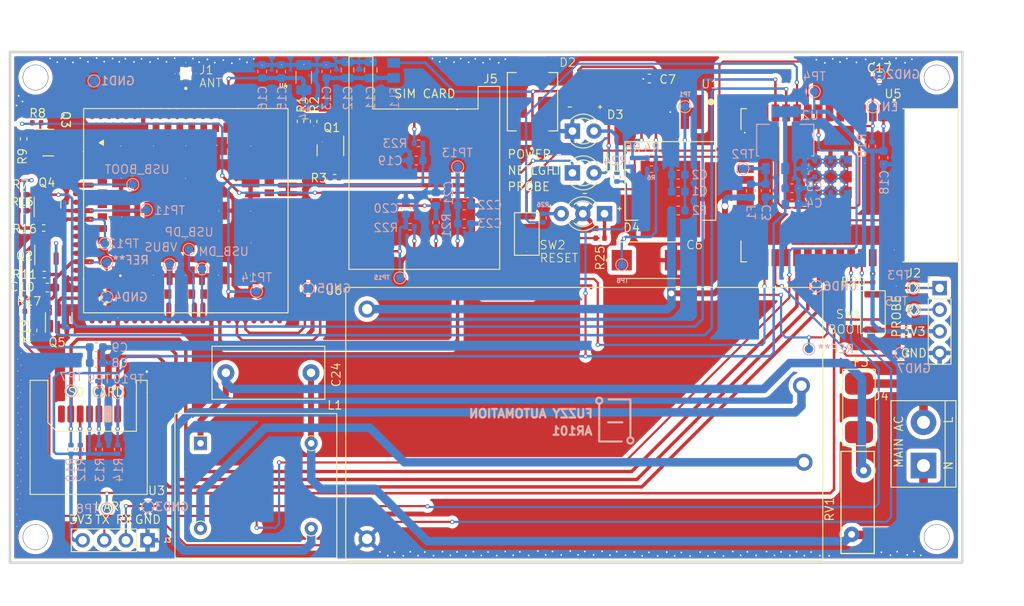
<source format=kicad_pcb>
(kicad_pcb (version 20211014) (generator pcbnew)
  (layers (0 "F.Cu" signal) (31 "B.Cu" signal) (34 "B.Paste" user) (35 "F.Paste" user) (36 "B.SilkS" user "B.Silkscreen") (37 "F.SilkS" user "F.Silkscreen") (38 "B.Mask" user) (39 "F.Mask" user) (44 "Edge.Cuts" user))
  (net 0 "")
  (net 1 "GND")
  (net 2 "/RF_ANT")
  (net 3 "/VBAT")
  (net 4 "/USIM_VDD")
  (net 5 "/SPI_CS")
  (net 6 "/SPI_MOSI")
  (net 7 "/SPI_MISO")
  (net 8 "/USIM_RST")
  (net 9 "/USIM_CLK")
  (net 10 "/USIM_DATA")
  (net 11 "/SPI_CLK")
  (net 12 "/VDD_1.8V")
  (net 13 "/IO16_U2RXD")
  (net 14 "/IO17_U2TXD")
  (net 15 "/SIM_RXD")
  (net 16 "/SIM_TXD")
  (net 17 "/ESP32_RX")
  (net 18 "/ESP32_TX0")
  (net 19 "/ESP32_RX0")
  (net 20 "/3V3")
  (net 21 "/ESP32_TX")
  (net 24 "unconnected-(U4-Pad6)")
  (net 32 "unconnected-(U4-Pad27)")
  (net 33 "unconnected-(U4-Pad28)")
  (net 34 "/GPIO25")
  (net 35 "/GPIO33")
  (net 43 "unconnected-(U4-Pad24)")
  (net 61 "Net-(D1-Pad1)")
  (net 63 "/Status")
  (net 66 "/GPIO34")
  (net 67 "Net-(J5-Pad2)")
  (net 68 "Net-(J5-Pad3)")
  (net 69 "Net-(F3-Pad1)")
  (net 71 "Net-(J5-Pad6)")
  (net 73 "Net-(L1-Pad2)")
  (net 74 "Net-(L1-Pad3)")
  (net 77 "/5V_out")
  (net 78 "/Netlight")
  (net 79 "/5V")
  (net 80 "Net-(Q1-Pad2)")
  (net 81 "Net-(Q1-Pad3)")
  (net 82 "Net-(Q3-Pad2)")
  (net 83 "/EN")
  (net 86 "/PWRKEY")
  (net 87 "Net-(C24-Pad1)")
  (net 99 "Net-(Q4-Pad1)")
  (net 100 "/DO4")
  (net 101 "Net-(C10-Pad2)")
  (net 102 "Net-(C11-Pad2)")
  (net 103 "Net-(C24-Pad2)")
  (net 104 "Net-(R4-Pad1)")
  (net 105 "Net-(D3-Pad2)")
  (net 106 "Net-(D4-Pad1)")
  (net 107 "Net-(D4-Pad3)")
  (net 108 "Net-(Q5-Pad2)")
  (net 109 "/RESET")
  (net 110 "/DO32")
  (net 111 "Net-(R20-Pad1)")
  (net 113 "/5V_4G")
  (footprint "Capacitor_SMD:C_0603_1608Metric_Pad1.08x0.95mm_HandSolder" (layer "F.Cu") (at 132.9613 86.7658 180)
    (fp_text reference "C10")
    (fp_text value "1nF tantalum ")
  )
  (footprint "Resistor_SMD:R_0402_1005Metric" (layer "F.Cu") (at 131.7188 67.4058)
    (fp_text reference "R8")
    (fp_text value "4.7K")
  )
  (footprint "mine:IPEX_20579-001E" (layer "F.Cu") (at 149.2238 61.6133)
    (fp_text reference "J1")
    (fp_text value "ipex" hide)
  )
  (footprint "Resistor_SMD:R_0402_1005Metric" (layer "F.Cu") (at 197.8608 80.9558)
    (fp_text reference "R25")
    (fp_text value "1K")
  )
  (footprint "Resistor_SMD:R_0402_1005Metric" (layer "F.Cu") (at 130.1888 69.2908 90)
    (fp_text reference "R9")
    (fp_text value "47K")
  )
  (footprint "mine:transistor_sot23" (layer "F.Cu") (at 167.9388 68.70455 180)
    (fp_text reference "Q1")
    (fp_text value "Q_NPN_EBC")
  )
  (footprint "ESP32-WROOM-32:MODULE_ESP32-WROOM-32" (layer "F.Cu") (at 227.1488 74.7458 -90)
    (fp_text reference "U5")
    (fp_text value "ESP32-WROOM-32")
  )
  (footprint "Resistor_SMD:R_0402_1005Metric" (layer "F.Cu") (at 166.7088 73.8558)
    (fp_text reference "R3")
    (fp_text value "1K")
  )
  (footprint "mine:inductor" (layer "F.Cu") (at 147.9463 118.5633)
    (fp_text reference "L1")
    (fp_text value "10mH")
  )
  (footprint "Capacitor_SMD:C_0603_1608Metric" (layer "F.Cu") (at 203.6438 62.2058 180)
    (fp_text reference "C7")
    (fp_text value "100nF tantalum ")
  )
  (footprint "Package_TO_SOT_SMD:SOT-23" (layer "F.Cu") (at 132.9788 76.7933 90)
    (fp_text reference "Q4")
    (fp_text value "MMBT3904")
  )
  (footprint "mine:HILINK_4a" (layer "F.Cu") (at 224 86.7908 180)
    (fp_text reference "U6")
    (fp_text value "HLK-20M05")
  )
  (footprint "mine:DIP_Sw" (layer "F.Cu") (at 190.7038 82.9658 90)
    (fp_text reference "SW2")
    (fp_text value "SW_DIP_x01" hide)
  )
  (footprint "Resistor_SMD:R_0402_1005Metric" (layer "F.Cu") (at 164.2288 67.2358 90)
    (fp_text reference "R2")
    (fp_text value "47K")
  )
  (footprint "Connector_PinHeader_2.54mm:PinHeader_1x04_P2.54mm_Vertical" (layer "F.Cu") (at 237.7188 86.8258)
    (fp_text reference "J2")
    (fp_text value "Screw Terminal [5.00mm]")
  )
  (footprint "mine:transistor_sot23" (layer "F.Cu") (at 132.5613 92.2858)
    (fp_text reference "Q5")
    (fp_text value "Q_NPN_EBC")
  )
  (footprint "LED_THT:LED_D3.0mm" (layer "F.Cu") (at 194.6088 73.2858)
    (fp_text reference "D1")
    (fp_text value "LED")
  )
  (footprint "mine:transistor_sot23" (layer "F.Cu") (at 131.14755 67.9908 -90)
    (fp_text reference "Q3")
    (fp_text value "Q_NPN_EBC")
  )
  (footprint "Package_TO_SOT_SMD:SOT-23" (layer "F.Cu") (at 133.0488 82.4158 90)
    (fp_text reference "Q2")
    (fp_text value "MMBT3904")
  )
  (footprint "Capacitor_SMD:C_0603_1608Metric" (layer "F.Cu") (at 230.6338 62.4158)
    (fp_text reference "C17")
    (fp_text value "1uF")
  )
  (footprint "Resistor_SMD:R_0402_1005Metric" (layer "F.Cu") (at 130.0988 75.8558)
    (fp_text reference "R7")
    (fp_text value "4.7K")
  )
  (footprint "Connector_PinHeader_2.54mm:PinHeader_1x04_P2.54mm_Vertical" (layer "F.Cu") (at 144.7288 116.4558 -90)
    (fp_text reference "J3")
    (fp_text value "Conn_01x04_Female")
  )
  (footprint "Resistor_SMD:R_0402_1005Metric" (layer "F.Cu") (at 132.5388 79.7658)
    (fp_text reference "R16")
    (fp_text value "4.7K")
  )
  (footprint "MYOWN2:SEF1400 Fuse" (layer "F.Cu") (at 226.8538 96.698 -90)
    (fp_text reference "F3")
    (fp_text value "SEF1400 Fuse ")
  )
  (footprint "Resistor_SMD:R_0402_1005Metric" (layer "F.Cu") (at 130.0988 77.7308)
    (fp_text reference "R15")
    (fp_text value "4.7K")
  )
  (footprint "Resistor_SMD:R_0402_1005Metric" (layer "F.Cu") (at 229.8588 85.6458 90)
    (fp_text reference "R20")
    (fp_text value "10K")
  )
  (footprint "Resistor_SMD:R_0402_1005Metric" (layer "F.Cu") (at 131.3488 91.8058 90)
    (fp_text reference "R19")
    (fp_text value "47K")
  )
  (footprint "mine:DIOM7959X250N" (layer "F.Cu") (at 189.9188 64.9258 90)
    (fp_text reference "D2")
    (fp_text value "SMCJ58A" hide)
  )
  (footprint "mine:sdcard_8p" (layer "F.Cu") (at 145.4188 97.6658 180)
    (fp_text reference "U3")
    (fp_text value "sdcard_8P")
  )
  (footprint "mine:sim_card" (layer "F.Cu") (at 168.3738 84.6226)
    (fp_text reference "J5")
    (fp_text value "SIM")
  )
  (footprint "Varistor:RV_Disc_D12mm_W3.9mm_P7.5mm" (layer "F.Cu") (at 227.392 115.764 90)
    (fp_text reference "RV1")
    (fp_text value "Varistor [10d561]")
  )
  (footprint "LED_THT:LED_D3.0mm-3" (layer "F.Cu") (at 198.3788 78.0858 180)
    (fp_text reference "D4")
    (fp_text value "LED_Dual_KAK")
  )
  (footprint "LED_THT:LED_D3.0mm" (layer "F.Cu") (at 194.6088 68.3758)
    (fp_text reference "D3")
    (fp_text value "LED")
  )
  (footprint "Resistor_SMD:R_0402_1005Metric" (layer "F.Cu") (at 132.6088 85.2358 180)
    (fp_text reference "R11")
    (fp_text value "4.7K")
  )
  (footprint "Resistor_SMD:R_0402_1005Metric" (layer "F.Cu") (at 162.6888 67.2358 90)
    (fp_text reference "R1")
    (fp_text value "4.7K")
  )
  (footprint "MYOWN:simcom-a7670e" (layer "F.Cu") (at 135.2238 91.7308)
    (fp_text reference "U4")
    (fp_text value "simcom7670")
  )
  (footprint "Capacitor_THT:C_Rect_L13.0mm_W6.0mm_P10.00mm_FKS3_FKP3_MKS4" (layer "F.Cu") (at 153.9188 96.7758)
    (fp_text reference "C24")
    (fp_text value "0.1uF/275V")
  )
  (footprint "mine:DIP_Sw" (layer "F.Cu") (at 231.3338 92.1358 90)
    (fp_text reference "SW1")
    (fp_text value "SW_DIP_x01" hide)
  )
  (footprint "mine:DPAK6P170_1524X459L254X81N" (layer "F.Cu") (at 206.1188 72.4558 180)
    (fp_text reference "U1")
    (fp_text value "MIC29302WU" hide)
  )
  (footprint "TerminalBlock:TerminalBlock_bornier-2_P5.08mm" (layer "F.Cu") (at 235.8288 107.6758 90)
    (fp_text reference "J4")
    (fp_text value "Screw Terminal [5.00mm]")
  )
  (footprint "mine:CAPMP7343X310N" (layer "F.Cu") (at 203.5258 83.5458)
    (fp_text reference "C6")
    (fp_text value "330uF tantalum")
  )
  (footprint "Resistor_SMD:R_0402_1005Metric" (layer "F.Cu") (at 130.8388 89.5558)
    (fp_text reference "R17")
    (fp_text value "4.7K")
  )
  (footprint "Resistor_SMD:R_0402_1005Metric" (layer "B.Cu") (at 203.9038 72.8558)
    (fp_text reference "R6")
    (fp_text value "470R")
  )
  (footprint "TestPoint:TestPoint_Pad_D1.0mm" (layer "B.Cu") (at 142.9968 74.6558 180)
    (fp_text reference "USB_BOOT")
    (fp_text value "TestPoint_Pad_D1.0mm")
  )
  (footprint "Fuse:Fuse_0603_1608Metric" (layer "B.Cu") (at 215.5638 75.3958 90)
    (fp_text reference "F1")
    (fp_text value "Fuse_Small")
  )
  (footprint "Resistor_SMD:R_0402_1005Metric" (layer "B.Cu") (at 178.5888 79.1058 90)
    (fp_text reference "R21")
    (fp_text value "22R")
  )
  (footprint "Capacitor_SMD:C_0603_1608Metric" (layer "B.Cu") (at 220.3888 76.9358 180)
    (fp_text reference "C4")
    (fp_text value "100nF")
  )
  (footprint "Capacitor_SMD:C_0603_1608Metric" (layer "B.Cu") (at 175.0488 77.3958 90)
    (fp_text reference "C20")
    (fp_text value "22pF tantalum ")
  )
  (footprint "Resistor_SMD:R_0402_1005Metric" (layer "B.Cu") (at 139.0388 105.7858 -90)
    (fp_text reference "R13")
    (fp_text value "10K")
  )
  (footprint "TestPoint:TestPoint_Pad_D1.0mm" (layer "B.Cu") (at 149.6008 82.2758 180)
    (fp_text reference "USB_DP")
    (fp_text value "TestPoint_Pad_D1.0mm")
  )
  (footprint "Resistor_SMD:R_0402_1005Metric" (layer "B.Cu") (at 201.6638 72.0558 90)
    (fp_text reference "R5")
    (fp_text value "47K")
  )
  (footprint "Resistor_SMD:R_0402_1005Metric" (layer "B.Cu") (at 199.8388 73.7858 90)
    (fp_text reference "R24")
    (fp_text value "1K")
  )
  (footprint "Capacitor_SMD:C_0603_1608Metric" (layer "B.Cu") (at 220.3688 75.0958)
    (fp_text reference "C5")
    (fp_text value "10uF")
  )
  (footprint "TestPoint:TestPoint_Pad_D1.0mm" (layer "B.Cu") (at 181.1388 72.5758 180)
    (fp_text reference "TP13")
    (fp_text value "TestPoint")
  )
  (footprint "Resistor_SMD:R_0402_1005Metric" (layer "B.Cu") (at 191.1488 78.5858 90)
    (fp_text reference "R26")
    (fp_text value "1K")
  )
  (footprint "Capacitor_SMD:C_0603_1608Metric" (layer "B.Cu") (at 160.4168 61.3708 90)
    (fp_text reference "C15")
    (fp_text value "33pF tantalum ")
  )
  (footprint "Capacitor_SMD:C_0603_1608Metric" (layer "B.Cu") (at 138.7188 93.7758)
    (fp_text reference "C9")
    (fp_text value "10uF")
  )
  (footprint "Resistor_SMD:R_0402_1005Metric" (layer "B.Cu") (at 175.5588 79.6158 180)
    (fp_text reference "R22")
    (fp_text value "22R")
  )
  (footprint "Fuse:Fuse_0603_1608Metric" (layer "B.Cu") (at 207.0263 77.7058)
    (fp_text reference "F2")
    (fp_text value "Fuse_Small")
  )
  (footprint "mine:BEADC2012X105N" (layer "B.Cu") (at 173.6188 61.2458 -90)
    (fp_text reference "FL1")
    (fp_text value "BLM21PG300SN1D" hide)
  )
  (footprint "Capacitor_SMD:C_0805_2012Metric" (layer "B.Cu") (at 170.9288 61.1958 -90)
    (fp_text reference "C11")
    (fp_text value "cap_100uF tantalum ")
  )
  (footprint "Capacitor_SMD:C_0603_1608Metric" (layer "B.Cu") (at 231.1288 71.4908 -90)
    (fp_text reference "C18")
    (fp_text value "100uF/6.3V")
  )
  (footprint "Capacitor_SMD:C_0603_1608Metric" (layer "B.Cu") (at 207.0388 75.4858)
    (fp_text reference "C1")
    (fp_text value "cap_100uF")
  )
  (footprint "Capacitor_SMD:C_1206_3216Metric" (layer "B.Cu") (at 163.0698 62.0708 90)
    (fp_text reference "C14")
    (fp_text value "0.1uF tantalum ")
  )
  (footprint "TestPoint:TestPoint_Pad_D1.0mm" (layer "B.Cu") (at 207.8188 65.5118 180)
    (fp_text reference "TP1")
    (fp_text value "TestPoint")
  )
  (footprint "Resistor_SMD:R_0402_1005Metric" (layer "B.Cu") (at 135.7388 105.7858 -90)
    (fp_text reference "R10")
    (fp_text value "10K")
  )
  (footprint "TestPoint:TestPoint_Pad_D1.0mm" (layer "B.Cu") (at 139.7288 81.6058 180)
    (fp_text reference "TP12")
    (fp_text value "TestPoint")
  )
  (footprint "TestPoint:TestPoint_Pad_D1.0mm" (layer "B.Cu") (at 200.4008 84.0858 180)
    (fp_text reference "TP6")
    (fp_text value "TestPoint")
  )
  (footprint "Capacitor_SMD:C_0603_1608Metric" (layer "B.Cu") (at 207.0388 73.4958 180)
    (fp_text reference "C2")
    (fp_text value "1uF")
  )
  (footprint "TestPoint:TestPoint_Pad_D1.0mm" (layer "B.Cu") (at 230.632 61.722 180)
    (fp_text reference "GND2")
    (fp_text value "TestPoint_Pad_D1.0mm")
  )
  (footprint "TestPoint:TestPoint_Pad_D1.0mm" (layer "B.Cu") (at 223.266 86.614 180)
    (fp_text reference "GND6")
    (fp_text value "TestPoint_Pad_D1.0mm")
  )
  (footprint "Resistor_SMD:R_0402_1005Metric" (layer "B.Cu") (at 141.2388 105.7858 -90)
    (fp_text reference "R14")
    (fp_text value "10K")
  )
  (footprint "AMS1117:SOT229P700X180-4N" (layer "B.Cu") (at 219.5938 69.4418 90)
    (fp_text reference "U2")
    (fp_text value "AM1117")
  )
  (footprint "TestPoint:TestPoint_Pad_D1.0mm" (layer "B.Cu") (at 214.6248 72.7868 180)
    (fp_text reference "TP2")
    (fp_text value "TestPoint")
  )
  (footprint "TestPoint:TestPoint_Pad_D1.0mm" (layer "B.Cu") (at 163.576 86.868 180)
    (fp_text reference "GND5")
    (fp_text value "TestPoint_Pad_D1.0mm")
  )
  (footprint "TestPoint:TestPoint_Pad_D1.0mm" (layer "B.Cu") (at 234.6488 86.8258 180)
    (fp_text reference "TP3")
    (fp_text value "TestPoint")
  )
  (footprint "Capacitor_SMD:C_0603_1608Metric" (layer "B.Cu") (at 138.7188 95.6158)
    (fp_text reference "C8")
    (fp_text value "104")
  )
  (footprint "Capacitor_SMD:C_0603_1608Metric" (layer "B.Cu") (at 178.5888 76.3658 90)
    (fp_text reference "C21")
    (fp_text value "22pF tantalum ")
  )
  (footprint "TestPoint:TestPoint_Pad_D1.0mm" (layer "B.Cu") (at 174.3488 85.6258 180)
    (fp_text reference "TP15")
    (fp_text value "TestPoint")
  )
  (footprint "Capacitor_SMD:C_0805_2012Metric" (layer "B.Cu") (at 168.2008 61.1958 -90)
    (fp_text reference "C12")
    (fp_text value "cap_100uF tantalum ")
  )
  (footprint "Capacitor_SMD:C_0603_1608Metric" (layer "B.Cu") (at 176.2788 71.841835 180)
    (fp_text reference "C19")
    (fp_text value "22pF tantalum ")
  )
  (footprint "Resistor_SMD:R_0402_1005Metric" (layer "B.Cu") (at 229.7988 70.1658 -90)
    (fp_text reference "R18")
    (fp_text value "10K")
  )
  (footprint "TestPoint:TestPoint_Pad_D1.0mm" (layer "B.Cu") (at 139.954 87.884 180)
    (fp_text reference "GND4")
    (fp_text value "TestPoint_Pad_D1.0mm")
  )
  (footprint "TestPoint:TestPoint_Pad_D1.0mm" (layer "B.Cu") (at 144.78 112.522 180)
    (fp_text reference "GND3")
    (fp_text value "TestPoint_Pad_D1.0mm")
  )
  (footprint "TestPoint:TestPoint_Pad_D1.0mm" (layer "B.Cu") (at 139.0488 98.9958 180)
    (fp_text reference "TP9")
    (fp_text value "TestPoint")
  )
  (footprint "Capacitor_SMD:C_0603_1608Metric" (layer "B.Cu") (at 217.3038 75.3833 -90)
    (fp_text reference "C3")
    (fp_text value "10uF")
  )
  (footprint "TestPoint:TestPoint_Pad_D1.0mm" (layer "B.Cu") (at 223.0068 63.7338 180)
    (fp_text reference "TP4")
    (fp_text value "TestPoint")
  )
  (footprint "TestPoint:TestPoint_Pad_D1.0mm" (layer "B.Cu") (at 234.7488 89.3658 180)
    (fp_text reference "TP5")
    (fp_text value "TestPoint")
  )
  (footprint "Resistor_SMD:R_0402_1005Metric" (layer "B.Cu") (at 203.9038 71.5458)
    (fp_text reference "R4")
    (fp_text value "100K")
  )
  (footprint "TestPoint:TestPoint_Pad_D1.0mm" (layer "B.Cu") (at 233.172 94.488 180)
    (fp_text reference "GND7")
    (fp_text value "TestPoint_Pad_D1.0mm")
  )
  (footprint "TestPoint:TestPoint_Pad_D1.0mm" (layer "B.Cu") (at 139.9488 112.7558 180)
    (fp_text reference "TP8")
    (fp_text value "TestPoint")
  )
  (footprint "TestPoint:TestPoint_Pad_D1.0mm" (layer "B.Cu") (at 138.43 62.484 180)
    (fp_text reference "GND1")
    (fp_text value "TestPoint_Pad_D1.0mm")
  )
  (footprint "Capacitor_SMD:C_0603_1608Metric" (layer "B.Cu") (at 181.9138 79.2458)
    (fp_text reference "C23")
    (fp_text value "33pF tantalum ")
  )
  (footprint "TestPoint:TestPoint_Pad_D1.0mm" (layer "B.Cu") (at 141.2588 99.1158 180)
    (fp_text reference "TP10")
    (fp_text value "TestPoint")
  )
  (footprint "TestPoint:TestPoint_Pad_D1.0mm" (layer "B.Cu") (at 144.5988 77.6258 180)
    (fp_text reference "TP11")
    (fp_text value "TestPoint")
  )
  (footprint "Resistor_SMD:R_0402_1005Metric" (layer "B.Cu") (at 136.8388 105.7858 -90)
    (fp_text reference "R12")
    (fp_text value "10K")
  )
  (footprint "Capacitor_SMD:C_0603_1608Metric" (layer "B.Cu") (at 181.9138 77.1158)
    (fp_text reference "C22")
    (fp_text value "100nF tantalum ")
  )
  (footprint "Resistor_SMD:R_0402_1005Metric" (layer "B.Cu") (at 176.5488 69.821835)
    (fp_text reference "R23")
    (fp_text value "22R")
  )
  (footprint "Capacitor_SMD:C_0603_1608Metric" (layer "B.Cu") (at 165.7228 61.3708 90)
    (fp_text reference "C13")
    (fp_text value "1uF tantalum ")
  )
  (footprint "TestPoint:TestPoint_Pad_D1.0mm" (layer "B.Cu") (at 151.1248 84.5618 180)
    (fp_text reference "USB_DM")
    (fp_text value "TestPoint_Pad_D1.0mm")
  )
  (footprint "TestPoint:TestPoint_Pad_D1.0mm" (layer "B.Cu") (at 147.3148 84.0538 180)
    (fp_text reference "VBUS")
    (fp_text value "TestPoint_Pad_D1.0mm")
  )
  (footprint "TestPoint:TestPoint_Pad_D1.0mm" (layer "B.Cu") (at 222.3788 93.98 180)
    (fp_text reference "REF**")
    (fp_text value "TestPoint_Pad_D1.0mm")
  )
  (footprint "TestPoint:TestPoint_Pad_D1.0mm" (layer "B.Cu") (at 229.87 65.532 180)
    (fp_text reference "EN")
    (fp_text value "TestPoint_Pad_D1.0mm")
  )
  (footprint "TestPoint:TestPoint_Pad_D1.0mm" (layer "B.Cu") (at 139.9488 83.7998 180)
    (fp_text reference "REF**")
    (fp_text value "TestPoint_Pad_D1.0mm")
  )
  (footprint "Capacitor_SMD:C_0603_1608Metric" (layer "B.Cu") (at 158.1888 61.3708 90)
    (fp_text reference "C16")
    (fp_text value "10pF tantalum ")
  )
  (footprint "TestPoint:TestPoint_Pad_D1.0mm" (layer "B.Cu") (at 135.7388 98.9158 180)
    (fp_text reference "TP7")
    (fp_text value "TestPoint")
  )
  (footprint "TestPoint:TestPoint_Pad_D1.0mm" (layer "B.Cu") (at 157.5188 87.2058 180)
    (fp_text reference "TP14")
    (fp_text value "TestPoint")
  )
  (gr_line (start 201.4168 99.90701) (end 198.8768 99.90701) (layer "B.SilkS") (width 0.25))
  (gr_line (start 197.75559 104.850985) (end 200.4008 104.850985) (layer "B.SilkS") (width 0.25))
  (gr_circle (center 201.4168 104.73301) (end 201.77601 104.73301) (layer "B.SilkS") (width 0.25) (fill none))
  (gr_line (start 200.4643 102.5958) (end 198.8133 102.5958) (layer "B.SilkS") (width 0.25))
  (gr_line (start 197.75559 104.850985) (end 197.75559 100.41501) (layer "B.SilkS") (width 0.25))
  (gr_line (start 201.4168 99.937825) (end 201.4168 104.3738) (layer "B.SilkS") (width 0.25))
  (gr_circle (center 197.75559 100.0558) (end 198.1148 100.0558) (layer "B.SilkS") (width 0.25) (fill none))
  (gr_rect locked (start 128.5788 59.0858) (end 240.3788 119.0858) (layer "Edge.Cuts") (width 0.3) (fill none))
  (gr_text "FUZZY AUTOMATION" (at 189.7328 101.5798) (layer "B.SilkS") (effects (font (size 1 1) (thickness 0.25)) (justify mirror)))
  (gr_text "AR101" (at 194.5588 103.6118) (layer "B.SilkS") (effects (font (size 1 1) (thickness 0.25)) (justify mirror)))
  (gr_text "TX" (at 234.6908 86.8478) (layer "F.SilkS") (effects (font (size 1 1) (thickness 0.125))))
  (gr_text "3V3" (at 136.9008 114.0258) (layer "F.SilkS") (effects (font (size 1 1) (thickness 0.125))))
  (gr_text "ANT" (at 152.1408 62.7178) (layer "F.SilkS") (effects (font (size 1 1) (thickness 0.0975))))
  (gr_text "UART " (at 140.7108 112.5018) (layer "F.SilkS") (effects (font (size 1 1) (thickness 0.125))))
  (gr_text "SD CARD" (at 138.6788 99.0398) (layer "F.SilkS") (effects (font (size 1 1) (thickness 0.125))))
  (gr_text "NETLGHT\n" (at 190.169276 73.0048) (layer "F.SilkS") (effects (font (size 1 1) (thickness 0.125))))
  (gr_text "3V3" (at 234.6908 91.9278) (layer "F.SilkS") (effects (font (size 1 1) (thickness 0.125))))
  (gr_text "SIM CARD" (at 177.2868 63.9878) (layer "F.SilkS") (effects (font (size 1 1) (thickness 0.125))))
  (gr_text "-" (at 196.062313 75.6718) (layer "F.SilkS") (effects (font (size 0.5 0.5) (thickness 0.125))))
  (gr_text "PROBE" (at 232.6588 90.1498 90) (layer "F.SilkS") (effects (font (size 1 1) (thickness 0.125))))
  (gr_text "-" (at 192.5268 73.3858) (layer "F.SilkS") (effects (font (size 0.5 0.5) (thickness 0.125))))
  (gr_text "-" (at 193.0348 71.0998) (layer "F.SilkS") (effects (font (size 0.5 0.5) (thickness 0.125))))
  (gr_text "GND" (at 234.6908 94.4678) (layer "F.SilkS") (effects (font (size 1 1) (thickness 0.125))))
  (gr_text "+" (at 197.8608 65.5118) (layer "F.SilkS") (effects (font (size 0.5 0.5) (thickness 0.125))))
  (gr_text "TX" (at 139.4408 114.0258) (layer "F.SilkS") (effects (font (size 1 1) (thickness 0.125))))
  (gr_text "+" (at 200.1468 77.4498) (layer "F.SilkS") (effects (font (size 0.5 0.5) (thickness 0.125))))
  (gr_text "+" (at 192.0188 77.1958) (layer "F.SilkS") (effects (font (size 0.5 0.5) (thickness 0.125))))
  (gr_text "N" (at 238.7548 107.6758 90) (layer "F.SilkS") (effects (font (size 1 1) (thickness 0.125))))
  (gr_text "MAIN AC" (at 232.9128 104.8818 90) (layer "F.SilkS") (effects (font (size 1 1) (thickness 0.125))))
  (gr_text "-" (at 194.3048 65.5118) (layer "F.SilkS") (effects (font (size 0.5 0.5) (thickness 0.125))))
  (gr_text "POWER\n" (at 189.550229 71.0998) (layer "F.SilkS") (effects (font (size 1 1) (thickness 0.125))))
  (gr_text "RX" (at 234.6908 89.3878) (layer "F.SilkS") (effects (font (size 1 1) (thickness 0.125))))
  (gr_text "BOOT\n" (at 226.5628 91.6738) (layer "F.SilkS") (effects (font (size 1 1) (thickness 0.0975))))
  (gr_text "RESET" (at 193.0348 83.2918) (layer "F.SilkS") (effects (font (size 1 1) (thickness 0.0975))))
  (gr_text "+" (at 198.6228 71.0998) (layer "F.SilkS") (effects (font (size 0.5 0.5) (thickness 0.125))))
  (gr_text "GND" (at 144.7748 114.0258) (layer "F.SilkS") (effects (font (size 1 1) (thickness 0.125))))
  (gr_text "L" (at 238.7548 102.3418 90) (layer "F.SilkS") (effects (font (size 1 1) (thickness 0.125))))
  (gr_text "RX" (at 141.9808 114.0258) (layer "F.SilkS") (effects (font (size 1 1) (thickness 0.125))))
  (gr_text "PROBE\n" (at 189.4788 74.9098) (layer "F.SilkS") (effects (font (size 1 1) (thickness 0.125))))
  (via locked (at 131.5788 116.0858) (size 3) (drill 2.9) (layers "F.Cu" "B.Cu") (net 0))
  (via locked (at 131.5788 62.0858) (size 3) (drill 2.9) (layers "F.Cu" "B.Cu") (net 0))
  (via locked (at 237.3788 62.0858) (size 3) (drill 2.9) (layers "F.Cu" "B.Cu") (net 0))
  (via locked (at 237.3788 116.0858) (size 3) (drill 2.9) (layers "F.Cu" "B.Cu") (net 0))
  (segment (start 227.3188 79.4858) (end 228.5888 79.4858) (width 0.254) (layer "F.Cu") (net 1))
  (segment (start 223.0313 72.7858) (end 223.0738 72.8283) (width 0.254) (layer "F.Cu") (net 1))
  (segment (start 222.2088 72.7858) (end 223.0313 72.7858) (width 0.254) (layer "F.Cu") (net 1))
  (segment (start 145.2088 65.7158) (end 145.2238 65.7308) (width 0.254) (layer "F.Cu") (net 1))
  (via (at 155.2888 65.7558) (size 0.2) (drill 0.1) (layers "F.Cu" "B.Cu") (net 1))
  (via (at 129.8288 108.1658) (size 0.2) (drill 0.1) (layers "F.Cu" "B.Cu") (net 1))
  (via (at 147.9188 59.8258) (size 0.3) (drill 0.2) (layers "F.Cu" "B.Cu") (net 1))
  (via (at 129.8688 103.7758) (size 0.2) (drill 0.1) (layers "F.Cu" "B.Cu") (net 1))
  (via (at 129.8388 99.0658) (size 0.2) (drill 0.1) (layers "F.Cu" "B.Cu") (net 1))
  (via (at 231.8188 60.2358) (size 0.3) (drill 0.2) (layers "F.Cu" "B.Cu") (net 1))
  (via (at 150.2288 65.7158) (size 0.2) (drill 0.1) (layers "F.Cu" "B.Cu") (net 1))
  (via (at 129.5088 95.1558) (size 0.2) (drill 0.1) (layers "F.Cu" "B.Cu") (net 1))
  (via (at 231.9488 118.2058) (size 0.3) (drill 0.2) (layers "F.Cu" "B.Cu") (net 1))
  (via (at 230.0388 60.3358) (size 0.3) (drill 0.2) (layers "F.Cu" "B.Cu") (net 1))
  (via (at 186.7288 117.7758) (size 0.3) (drill 0.2) (layers "F.Cu" "B.Cu") (net 1))
  (via (at 170.9488 60.1958) (size 0.2) (drill 0.1) (layers "F.Cu" "B.Cu") (net 1))
  (via (at 228.6188 79.5158) (size 0.1) (drill 0.09) (layers "F.Cu" "B.Cu") (net 1))
  (via (at 149.1788 85.3258) (size 0.2) (drill 0.1) (layers "F.Cu" "B.Cu") (net 1))
  (via (at 141.4088 60.2358) (size 0.3) (drill 0.2) (layers "F.Cu" "B.Cu") (net 1))
  (via (at 140.1588 101.6158) (size 0.2) (drill 0.1) (layers "F.Cu" "B.Cu") (net 1))
  (via (at 182.9888 117.7958) (size 0.3) (drill 0.2) (layers "F.Cu" "B.Cu") (net 1))
  (via (at 183.9088 118.2458) (size 0.3) (drill 0.2) (layers "F.Cu" "B.Cu") (net 1))
  (via (at 219.1088 117.8258) (size 0.3) (drill 0.2) (layers "F.Cu" "B.Cu") (net 1))
  (via (at 135.9688 60.3058) (size 0.3) (drill 0.2) (layers "F.Cu" "B.Cu") (net 1))
  (via (at 161.2288 81.7158) (size 0.2) (drill 0.1) (layers "F.Cu" "B.Cu") (net 1))
  (via (at 133.2988 59.8558) (size 0.3) (drill 0.2) (layers "F.Cu" "B.Cu") (net 1))
  (via (at 152.6188 60.3358) (size 0.3) (drill 0.2) (layers "F.Cu" "B.Cu") (net 1))
  (via (at 179.0288 60.2358) (size 0.3) (drill 0.2) (layers "F.Cu" "B.Cu") (net 1))
  (via (at 136.8388 59.8158) (size 0.3) (drill 0.2) (layers "F.Cu" "B.Cu") (net 1))
  (via (at 133.2788 89.4358) (size 0.2) (drill 0.1) (layers "F.Cu" "B.Cu") (net 1))
  (via (at 129.5988 64.2358) (size 0.3) (drill 0.2) (layers "F.Cu" "B.Cu") (net 1))
  (via (at 144.0188 59.8858) (size 0.3) (drill 0.2) (layers "F.Cu" "B.Cu") (net 1))
  (via (at 234.4588 59.9358) (size 0.3) (drill 0.2) (layers "F.Cu" "B.Cu") (net 1))
  (via (at 181.4988 59.8658) (size 0.3) (drill 0.2) (layers "F.Cu" "B.Cu") (net 1))
  (via (at 129.7688 112.7058) (size 0.2) (drill 0.1) (layers "F.Cu" "B.Cu") (net 1))
  (via (at 129.8188 110.9758) (size 0.2) (drill 0.1) (layers "F.Cu" "B.Cu") (net 1))
  (via (at 164.2288 67.7558) (size 0.1) (drill 0.09) (layers "F.Cu" "B.Cu") (net 1))
  (via (at 226.0288 60.2658) (size 0.3) (drill 0.2) (layers "F.Cu" "B.Cu") (net 1))
  (via (at 140.6288 59.8558) (size 0.3) (drill 0.2) (layers "F.Cu" "B.Cu") (net 1))
  (via (at 137.1688 70.7958) (size 0.2) (drill 0.1) (layers "F.Cu" "B.Cu") (net 1))
  (via (at 212.3488 118.3058) (size 0.3) (drill 0.2) (layers "F.Cu" "B.Cu") (net 1))
  (via (at 129.3888 113.4158) (size 0.2) (drill 0.1) (layers "F.Cu" "B.Cu") (net 1))
  (via (at 129.4888 98.3358) (size 0.2) (drill 0.1) (layers "F.Cu" "B.Cu") (net 1))
  (via (at 160.4488 60.5858) (size 0.2) (drill 0.1) (layers "F.Cu" "B.Cu") (net 1))
  (via (at 221.1588 76.5958) (size 0.2) (drill 0.1) (layers "F.Cu" "B.Cu") (net 1))
  (via (at 181.0688 117.8258) (size 0.3) (drill 0.2) (layers "F.Cu" "B.Cu") (net 1))
  (via (at 234.6988 117.7658) (size 0.3) (drill 0.2) (layers "F.Cu" "B.Cu") (net 1))
  (via (at 156.8488 70.1458) (size 0.2) (drill 0.1) (layers "F.Cu" "B.Cu") (net 1))
  (via (at 156.8088 85.3358) (size 0.2) (drill 0.1) (layers "F.Cu" "B.Cu") (net 1))
  (via (at 135.2888 91.2658) (size 0.2) (drill 0.1) (layers "F.Cu" "B.Cu") (net 1))
  (via (at 146.2388 65.7258) (size 0.2) (drill 0.1) (layers "F.Cu" "B.Cu") (net 1))
  (via (at 157.1988 59.8958) (size 0.3) (drill 0.2) (layers "F.Cu" "B.Cu") (net 1))
  (via (at 148.2388 65.7458) (size 0.2) (drill 0.1) (layers "F.Cu" "B.Cu") (net 1))
  (via (at 129.8588 102.2158) (size 0.2) (drill 0.1) (layers "F.Cu" "B.Cu") (net 1))
  (via (at 185.9488 60.3458) (size 0.3) (drill 0.2) (layers "F.Cu" "B.Cu") (net 1))
  (via (at 229.035121 59.961449) (size 0.3) (drill 0.2) (layers "F.Cu" "B.Cu") (net 1))
  (via (at 134.1388 60.2758) (size 0.3) (drill 0.2) (layers "F.Cu" "B.Cu") (net 1))
  (via (at 201.8788 117.8358) (size 0.3) (drill 0.2) (layers "F.Cu" "B.Cu") (net 1))
  (via (at 149.2188 70.0858) (size 0.2) (drill 0.1) (layers "F.Cu" "B.Cu") (net 1))
  (via (at 180.7088 60.2758) (size 0.3) (drill 0.2) (layers "F.Cu" "B.Cu") (net 1))
  (via (at 182.4188 60.2958) (size 0.3) (drill 0.2) (layers "F.Cu" "B.Cu") (net 1))
  (via (at 152.8688 70.0558) (size 0.2) (drill 0.1) (layers "F.Cu" "B.Cu") (net 1))
  (via (at 189.2248 82.5298) (size 0.1) (drill 0.09) (layers "F.Cu" "B.Cu") (net 1))
  (via (at 206.6088 118.2958) (size 0.3) (drill 0.2) (layers "F.Cu" "B.Cu") (net 1))
  (via (at 235.5088 118.2358) (size 0.3) (drill 0.2) (layers "F.Cu" "B.Cu") (net 1))
  (via (at 137.7288 60.2358) (size 0.3) (drill 0.2) (layers "F.Cu" "B.Cu") (net 1))
  (via (at 141.2388 90.3058) (size 0.2) (drill 0.1) (layers "F.Cu" "B.Cu") (net 1))
  (via (at 227.9488 60.3058) (size 0.3) (drill 0.2) (layers "F.Cu" "B.Cu") (net 1))
  (via (at 144.2088 65.7158) (size 0.2) (drill 0.1) (layers "F.Cu" "B.Cu") (net 1))
  (via (at 192.2688 117.7658) (size 0.3) (drill 0.2) (layers "F.Cu" "B.Cu") (net 1))
  (via (at 129.4788 105.9158) (size 0.2) (drill 0.1) (layers "F.Cu" "B.Cu") (net 1))
  (via (at 224.7488 118.2858) (size 0.3) (drill 0.2) (layers "F.Cu" "B.Cu") (net 1))
  (via (at 149.1888 73.9158) (size 0.2) (drill 0.1) (layers "F.Cu" "B.Cu") (net 1))
  (via (at 163.0788 60.5658) (size 0.2) (drill 0.1) (layers "F.Cu" "B.Cu") (net 1))
  (via (at 189.4688 118.2358) (size 0.3) (drill 0.2) (layers "F.Cu" "B.Cu") (net 1))
  (via (at 129.4788 107.4358) (size 0.2) (drill 0.1) (layers "F.Cu" "B.Cu") (net 1))
  (via (at 129.3788 114.8458) (size 0.2) (drill 0.1) (layers "F.Cu" "B.Cu") (net 1))
  (via (at 211.3188 117.8858) (size 0.3) (drill 0.2) (layers "F.Cu" "B.Cu") (net 1))
  (via (at 139.9288 95.5658) (size 0.2) (drill 0.1) (layers "F.Cu" "B.Cu") (net 1))
  (via (at 149.2088 60.3458) (size 0.2) (drill 0.1) (layers "F.Cu" "B.Cu") (net 1))
  (via (at 173.7188 117.8558) (size 0.3) (drill 0.2) (layers "F.Cu" "B.Cu") (net 1))
  (via (at 153.625121 60.031449) (size 0.3) (drill 0.2) (layers "F.Cu" "B.Cu") (net 1))
  (via (at 150.7888 60.2758) (size 0.3) (drill 0.2) (layers "F.Cu" "B.Cu") (net 1))
  (via (at 232.7388 117.7958) (size 0.3) (drill 0.2) (layers "F.Cu" "B.Cu") (net 1))
  (via (at 129.4788 99.7658) (size 0.2) (drill 0.1) (layers "F.Cu" "B.Cu") (net 1))
  (via (at 151.7588 59.9558) (size 0.3) (drill 0.2) (layers "F.Cu" "B.Cu") (net 1))
  (via (at 233.6688 60.3458) (size 0.3) (drill 0.2) (layers "F.Cu" "B.Cu") (net 1))
  (via (at 220.1388 118.2458) (size 0.3) (drill 0.2) (layers "F.Cu" "B.Cu") (net 1))
  (via (at 216.1788 118.2358) (size 0.3) (drill 0.2) (layers "F.Cu" "B.Cu") (net 1))
  (via (at 208.4288 118.3058) (size 0.3) (drill 0.2) (layers "F.Cu" "B.Cu") (net 1))
  (via (at 214.3588 118.2258) (size 0.3) (drill 0.2) (layers "F.Cu" "B.Cu") (net 1))
  (via (at 191.4788 118.1758) (size 0.3) (drill 0.2) (layers "F.Cu" "B.Cu") (net 1))
  (via (at 180.2788 118.2358) (size 0.3) (drill 0.2) (layers "F.Cu" "B.Cu") (net 1))
  (via (at 143.132479 60.250151) (size 0.3) (drill 0.2) (layers "F.Cu" "B.Cu") (net 1))
  (via (at 187.6488 118.2258) (size 0.3) (drill 0.2) (layers "F.Cu" "B.Cu") (net 1))
  (via (at 129.8388 105.2158) (size 0.2) (drill 0.1) (layers "F.Cu" "B.Cu") (net 1))
  (via (at 150.4188 61.5858) (size 0.2) (drill 0.1) (layers "F.Cu" "B.Cu") (net 1))
  (via (at 181.0788 65.8258) (size 0.3) (drill 0.2) (layers "F.Cu" "B.Cu") (net 1))
  (via (at 226.8188 59.8558) (size 0.3) (drill 0.2) (layers "F.Cu" "B.Cu") (net 1))
  (via (at 207.3988 117.8858) (size 0.3) (drill 0.2) (layers "F.Cu" "B.Cu") (net 1))
  (via (at 141.6988 78.4858) (size 0.2) (drill 0.1) (layers "F.Cu" "B.Cu") (net 1))
  (via (at 145.9488 59.8658) (size 0.3) (drill 0.2) (layers "F.Cu" "B.Cu") (net 1))
  (via (at 224.2488 60.3658) (size 0.3) (drill 0.2) (layers "F.Cu" "B.Cu") (net 1))
  (via (at 227.3188 79.4858) (size 0.1) (drill 0.09) (layers "F.Cu" "B.Cu") (net 1))
  (via (at 129.8688 97.6258) (size 0.2) (drill 0.1) (layers "F.Cu" "B.Cu") (net 1))
  (via (at 232.6088 59.8258) (size 0.3) (drill 0.2) (layers "F.Cu" "B.Cu") (net 1))
  (via (at 138.7588 59.7958) (size 0.3) (drill 0.2) (layers "F.Cu" "B.Cu") (net 1))
  (via (at 129.4988 96.5858) (size 0.2) (drill 0.1) (layers "F.Cu" "B.Cu") (net 1))
  (via (at 145.022479 60.260151) (size 0.3) (drill 0.2) (layers "F.Cu" "B.Cu") (net 1))
  (via (at 144.6388 96.6458) (size 0.5) (drill 0.3) (layers "F.Cu" "B.Cu") (net 1))
  (via (at 150.0488 59.8658) (size 0.3) (drill 0.2) (layers "F.Cu" "B.Cu") (net 1))
  (via (at 176.4888 118.2558) (size 0.3) (drill 0.2) (layers "F.Cu" "B.Cu") (net 1))
  (via (at 165.2388 69.6558) (size 0.1) (drill 0.09) (layers "F.Cu" "B.Cu") (net 1))
  (via (at 174.7488 118.2758) (size 0.3) (drill 0.2) (layers "F.Cu" "B.Cu") (net 1))
  (via (at 183.2088 59.8858) (size 0.3) (drill 0.2) (layers "F.Cu" "B.Cu") (net 1))
  (via (at 223.245121 59.991449) (size 0.3) (drill 0.2) (layers "F.Cu" "B.Cu") (net 1))
  (via (at 196.0688 117.7658) (size 0.3) (drill 0.2) (layers "F.Cu" "B.Cu") (net 1))
  (via (at 129.4688 110.2458) (size 0.2) (drill 0.1) (layers "F.Cu" "B.Cu") (net 1))
  (via (at 197.0988 118.1858) (size 0.3) (drill 0.2) (layers "F.Cu" "B.Cu") (net 1))
  (via (at 202.9288 62.2458) (size 0.3) (drill 0.2) (layers "F.Cu" "B.Cu") (net 1))
  (via (at 142.1288 59.8758) (size 0.3) (drill 0.2) (layers "F.Cu" "B.Cu") (net 1))
  (via (at 202.7988 118.2858) (size 0.3) (drill 0.2) (layers "F.Cu" "B.Cu") (net 1))
  (via (at 145.4388 70.1258) (size 0.2) (drill 0.1) (layers "F.Cu" "B.Cu") (net 1))
  (via (at 228.9488 72.1658) (size 0.1) (drill 0.09) (layers "F.Cu" "B.Cu") (net 1))
  (via (at 184.6988 117.8358) (size 0.3) (drill 0.2) (layers "F.Cu" "B.Cu") (net 1))
  (via (at 221.1388 75.1158) (size 0.2) (drill 0.1) (layers "F.Cu" "B.Cu") (net 1))
  (via (at 205.6888 117.8458) (size 0.3) (drill 0.2) (layers "F.Cu" "B.Cu") (net 1))
  (via (at 195.2788 118.1758) (size 0.3) (drill 0.2) (layers "F.Cu" "B.Cu") (net 1))
  (via (at 213.4388 117.7758) (size 0.3) (drill 0.2) (layers "F.Cu" "B.Cu") (net 1))
  (via (at 179.8188 59.8258) (size 0.3) (drill 0.2) (layers "F.Cu" "B.Cu") (net 1))
  (via (at 141.5988 70.1158) (size 0.2) (drill 0.1) (layers "F.Cu" "B.Cu") (net 1))
  (via (at 232.4088 82.2958) (size 0.2) (drill 0.1) (layers "F.Cu" "B.Cu") (net 1))
  (via (at 147.9488 61.6258) (size 0.2) (drill 0.1) (layers "F.Cu" "B.Cu") (net 1))
  (via (at 129.4688 108.8658) (size 0.2) (drill 0.1) (layers "F.Cu" "B.Cu") (net 1))
  (via (at 225.1688 59.8858) (size 0.3) (drill 0.2) (layers "F.Cu" "B.Cu") (net 1))
  (via (at 156.8888 81.5158) (size 0.2) (drill 0.1) (layers "F.Cu" "B.Cu") (net 1))
  (via (at 221.8388 118.2558) (size 0.3) (drill 0.2) (layers "F.Cu" "B.Cu") (net 1))
  (via (at 178.3088 118.2658) (size 0.3) (drill 0.2) (layers "F.Cu" "B.Cu") (net 1))
  (via (at 144.6688 99.0558) (size 0.2) (drill 0.1) (layers "F.Cu" "B.Cu") (net 1))
  (via (at 155.5488 59.9258) (size 0.3) (drill 0.2) (layers "F.Cu" "B.Cu") (net 1))
  (via (at 220.9188 117.8058) (size 0.3) (drill 0.2) (layers "F.Cu" "B.Cu") (net 1))
  (via (at 130.9688 107.3058) (size 0.2) (drill 0.1) (layers "F.Cu" "B.Cu") (net 1))
  (via (at 145.2388 65.7358) (size 0.2) (drill 0.1) (layers "F.Cu" "B.Cu") (net 1))
  (via (at 149.1788 81.0058) (size 0.2) (drill 0.1) (layers "F.Cu" "B.Cu") (net 1))
  (via (at 165.7088 60.5958) (size 0.2) (drill 0.1) (layers "F.Cu" "B.Cu") (net 1))
  (via (at 230.8788 117.8658) (size 0.3) (drill 0.2) (layers "F.Cu" "B.Cu") (net 1))
  (via (at 135.0788 59.8858) (size 0.3) (drill 0.2) (layers "F.Cu" "B.Cu") (net 1))
  (via (at 145.4188 85.3058) (size 0.2) (drill 0.1) (layers "F.Cu" "B.Cu") (net 1))
  (via (at 129.8888 94.4458) (size 0.2) (drill 0.1) (layers "F.Cu" "B.Cu") (net 1))
  (via (at 129.3488 65.3758) (size 0.3) (drill 0.2) (layers "F.Cu" "B.Cu") (net 1))
  (via (at 222.6288 117.8458) (size 0.3) (drill 0.2) (layers "F.Cu" "B.Cu") (net 1))
  (via (at 129.8888 100.7758) (size 0.2) (drill 0.1) (layers "F.Cu" "B.Cu") (net 1))
  (via (at 129.7388 114.1458) (size 0.2) (drill 0.1) (layers "F.Cu" "B.Cu") (net 1))
  (via (at 129.8588 95.8858) (size 0.2) (drill 0.1) (layers "F.Cu" "B.Cu") (net 1))
  (via (at 222.2088 72.7858) (size 0.2) (drill 0.1) (layers "F.Cu" "B.Cu") (net 1))
  (via (at 168.1788 60.2558) (size 0.2) (drill 0.1) (layers "F.Cu" "B.Cu") (net 1))
  (via (at 130.9488 98.9958) (size 0.2) (drill 0.1) (layers "F.Cu" "B.Cu") (net 1))
  (via (at 129.4888 104.4858) (size 0.2) (drill 0.1) (layers "F.Cu" "B.Cu") (net 1))
  (via (at 129.8588 106.7258) (size 0.2) (drill 0.1) (layers "F.Cu" "B.Cu") (net 1))
  (via (at 178.1688 59.8558) (size 0.3) (drill 0.2) (layers "F.Cu" "B.Cu") (net 1))
  (via (at 182.0988 118.2458) (size 0.3) (drill 0.2) (layers "F.Cu" "B.Cu") (net 1))
  (via (at 144.6988 107.3158) (size 0.1) (drill 0.09) (layers "F.Cu" "B.Cu") (net 1))
  (via (at 153.0688 77.7558) (size 0.2) (drill 0.1) (layers "F.Cu" "B.Cu") (net 1))
  (via (at 146.952479 60.240151) (size 0.3) (drill 0.2) (layers "F.Cu" "B.Cu") (net 1))
  (via (at 186.7388 59.9358) (size 0.3) (drill 0.2) (layers "F.Cu" "B.Cu") (net 1))
  (via (at 154.6288 60.4058) (size 0.3) (drill 0.2) (layers "F.Cu" "B.Cu") (net 1))
  (via (at 141.6288 81.5558) (size 0.2) (drill 0.1) (layers "F.Cu" "B.Cu") (net 1))
  (via (at 198.0988 117.7558) (size 0.3) (drill 0.2) (layers "F.Cu" "B.Cu") (net 1))
  (via (at 194.3588 117.7258) (size 0.3) (drill 0.2) (layers "F.Cu" "B.Cu") (net 1))
  (via (at 156.4088 60.3058) (size 0.3) (drill 0.2) (layers "F.Cu" "B.Cu") (net 1))
  (via (at 172.0088 117.8158) (size 0.3) (drill 0.2) (layers "F.Cu" "B.Cu") (net 1))
  (via (at 141.6188 73.9058) (size 0.2) (drill 0.1) (layers "F.Cu" "B.Cu") (net 1))
  (via (at 129.5088 101.4858) (size 0.2) (drill 0.1) (layers "F.Cu" "B.Cu") (net 1))
  (via (at 204.6188 118.2958) (size 0.3) (drill 0.2) (layers "F.Cu" "B.Cu") (net 1))
  (via (at 217.3988 117.7858) (size 0.3) (drill 0.2) (layers "F.Cu" "B.Cu") (net 1))
  (via (at 210.5288 118.2958) (size 0.3) (drill 0.2) (layers "F.Cu" "B.Cu") (net 1))
  (via (at 158.1988 60.6358) (size 0.2) (drill 0.1) (layers "F.Cu" "B.Cu") (net 1))
  (via (at 184.1288 60.3358) (size 0.3) (drill 0.2) (layers "F.Cu" "B.Cu") (net 1))
  (via (at 231.1288 72.2458) (size 0.1) (drill 0.09) (layers "F.Cu" "B.Cu") (net 1))
  (via (at 190.5588 117.7258) (size 0.3) (drill 0.2) (layers "F.Cu" "B.Cu") (net 1))
  (via (at 214.8488 68.5558) (size 0.3) (drill 0.2) (layers "F.Cu" "B.Cu") (net 1))
  (via (at 193.2988 118.1858) (size 0.3) (drill 0.2) (layers "F.Cu" "B.Cu") (net 1))
  (via (at 131.3588 92.3158) (size 0.2) (drill 0.1) (layers "F.Cu" "B.Cu") (net 1))
  (via (at 209.6088 117.8458) (size 0.3) (drill 0.2) (layers "F.Cu" "B.Cu") (net 1))
  (via (at 179.3588 117.7858) (size 0.3) (drill 0.2) (layers "F.Cu" "B.Cu") (net 1))
  (via (at 175.5688 117.8058) (size 0.3) (drill 0.2) (layers "F.Cu" "B.Cu") (net 1))
  (via (at 151.2688 65.7358) (size 0.2) (drill 0.1) (layers "F.Cu" "B.Cu") (net 1))
  (via (at 188.4388 117.8158) (size 0.3) (drill 0.2) (layers "F.Cu" "B.Cu") (net 1))
  (via (at 139.6488 60.2158) (size 0.3) (drill 0.2) (layers "F.Cu" "B.Cu") (net 1))
  (via (at 129.8488 109.5358) (size 0.2) (drill 0.1) (layers "F.Cu" "B.Cu") (net 1))
  (via (at 218.3188 118.2358) (size 0.3) (drill 0.2) (layers "F.Cu" "B.Cu") (net 1))
  (via (at 185.7288 118.2558) (size 0.3) (drill 0.2) (layers "F.Cu" "B.Cu") (net 1))
  (via (at 177.2788 117.8458) (size 0.3) (drill 0.2) (layers "F.Cu" "B.Cu") (net 1))
  (via (at 206.0988 66.1458) (size 0.3) (drill 0.2) (layers "F.Cu" "B.Cu") (net 1))
  (via (at 129.4988 102.9158) (size 0.2) (drill 0.1) (layers "F.Cu" "B.Cu") (net 1))
  (via (at 199.8088 117.7958) (size 0.3) (drill 0.2) (layers "F.Cu" "B.Cu") (net 1))
  (via (at 199.0188 118.2058) (size 0.3) (drill 0.2) (layers "F.Cu" "B.Cu") (net 1))
  (via (at 215.1488 117.8158) (size 0.3) (drill 0.2) (layers "F.Cu" "B.Cu") (net 1))
  (via (at 152.2188 89.7658) (size 0.2) (drill 0.1) (layers "F.Cu" "B.Cu") (net 1))
  (via (at 137.1888 85.7558) (size 0.2) (drill 0.1) (layers "F.Cu" "B.Cu") (net 1))
  (via (at 230.9588 59.8558) (size 0.3) (drill 0.2) (layers "F.Cu" "B.Cu") (net 1))
  (via (at 200.8388 118.2158) (size 0.3) (drill 0.2) (layers "F.Cu" "B.Cu") (net 1))
  (via (at 147.2188 65.7458) (size 0.2) (drill 0.1) (layers "F.Cu" "B.Cu") (net 1))
  (via (at 184.9188 59.9258) (size 0.3) (drill 0.2) (layers "F.Cu" "B.Cu") (net 1))
  (via (at 146.2988 77.7038) (size 0.2) (drill 0.1) (layers "F.Cu" "B.Cu") (net 1))
  (via (at 129.4588 111.6758) (size 0.2) (drill 0.1) (layers "F.Cu" "B.Cu") (net 1))
  (via (at 226.3388 72.2558) (size 0.1) (drill 0.09) (layers "F.Cu" "B.Cu") (net 1))
  (via (at 153.0388 85.3158) (size 0.2) (drill 0.1) (layers "F.Cu" "B.Cu") (net 1))
  (via (at 156.8388 77.7958) (size 0.2) (drill 0.1) (layers "F.Cu" "B.Cu") (net 1))
  (via (at 223.6588 118.2658) (size 0.3) (drill 0.2) (layers "F.Cu" "B.Cu") (net 1))
  (via (at 130.0488 64.9058) (size 0.3) (drill 0.2) (layers "F.Cu" "B.Cu") (net 1))
  (via (at 172.9288 118.2658) (size 0.3) (drill 0.2) (layers "F.Cu" "B.Cu") (net 1))
  (via (at 232.4088 65.2358) (size 0.3) (drill 0.2) (layers "F.Cu" "B.Cu") (net 1))
  (via (at 203.5888 117.8758) (size 0.3) (drill 0.2) (layers "F.Cu" "B.Cu") (net 1))
  (via (at 141.5388 85.3758) (size 0.5) (drill 0.3) (layers "F.Cu" "B.Cu") (net 1))
  (via (at 233.9088 118.1758) (size 0.3) (drill 0.2) (layers "F.Cu" "B.Cu") (net 1))
  (via (at 232.6288 86.5958) (size 0.2) (drill 0.1) (layers "F.Cu" "B.Cu") (net 1))
  (segment (start 144.7288 112.5732) (end 144.78 112.522) (width 0.25) (layer "B.Cu") (net 1))
  (segment (start 237.6766 94.488) (end 237.7188 94.4458) (width 0.25) (layer "B.Cu") (net 1))
  (segment (start 144.7288 116.4558) (end 144.7288 112.5732) (width 0.25) (layer "B.Cu") (net 1))
  (segment (start 139.4938 93.7758) (end 139.4938 95.6158) (width 0.3) (layer "B.Cu") (net 1))
  (segment (start 233.172 94.488) (end 237.6766 94.488) (width 0.25) (layer "B.Cu") (net 1))
  (segment (start 149.2238 62.5883) (end 149.2238 65.7308) (width 0.25) (layer "F.Cu") (net 2))
  (segment (start 204.0788 60.8258) (end 195.7288 60.8258) (width 0.3) (layer "F.Cu") (net 3))
  (segment (start 198.8768 70.0838) (end 198.8768 63.9878) (width 0.3) (layer "F.Cu") (net 3))
  (segment (start 195.3188 61.2358) (end 195.3188 63.6858) (width 0.3) (layer "F.Cu") (net 3))
  (segment (start 204.4188 61.1658) (end 204.0788 60.8258) (width 0.3) (layer "F.Cu") (net 3))
  (segment (start 198.8768 63.9878) (end 198.5748 63.6858) (width 0.3) (layer "F.Cu") (net 3))
  (segment (start 189.9868 63.7338) (end 190.0348 63.6858) (width 0.3) (layer "F.Cu") (net 3))
  (segment (start 195.7288 60.8258) (end 195.3188 61.2358) (width 0.3) (layer "F.Cu") (net 3))
  (segment (start 204.4188 69.4308) (end 204.4138 69.4358) (width 0.3) (layer "F.Cu") (net 3))
  (segment (start 190.0348 63.6858) (end 195.3188 63.6858) (width 0.3) (layer "F.Cu") (net 3))
  (segment (start 204.4188 62.2058) (end 204.4188 61.1658) (width 0.3) (layer "F.Cu") (net 3))
  (segment (start 204.4188 62.2058) (end 204.4188 66.1258) (width 0.3) (layer "F.Cu") (net 3))
  (segment (start 200.4008 81.2852) (end 200.66 81.026) (width 0.25) (layer "F.Cu") (net 3))
  (segment (start 189.9188 63.8018) (end 189.9188 68.4108) (width 0.3) (layer "F.Cu") (net 3))
  (segment (start 189.9868 63.7338) (end 189.9188 63.8018) (width 0.3) (layer "F.Cu") (net 3))
  (segment (start 198.5748 63.6858) (end 195.3188 63.6858) (width 0.3) (layer "F.Cu") (net 3))
  (segment (start 204.4188 66.1258) (end 204.4188 69.4308) (width 0.3) (layer "F.Cu") (net 3))
  (segment (start 200.4008 83.5458) (end 200.4008 81.2852) (width 0.25) (layer "F.Cu") (net 3))
  (via (at 204.4138 69.4358) (size 0.5) (drill 0.3) (layers "F.Cu" "B.Cu") (net 3))
  (via (at 189.9868 63.7338) (size 0.5) (drill 0.3) (layers "F.Cu" "B.Cu") (net 3))
  (via (at 198.8768 70.0838) (size 0.5) (drill 0.3) (layers "F.Cu" "B.Cu") (net 3))
  (via (at 200.66 81.026) (size 0.5) (drill 0.3) (layers "F.Cu" "B.Cu") (net 3))
  (segment (start 204.4138 69.4358) (end 204.4138 71.5458) (width 0.3) (layer "B.Cu") (net 3))
  (segment (start 180.7388 63.7458) (end 177.3488 60.3558) (width 0.3) (layer "B.Cu") (net 3))
  (segment (start 198.8768 72.8778) (end 198.4688 73.2858) (width 0.3) (layer "B.Cu") (net 3))
  (segment (start 198.8768 70.0838) (end 198.8768 72.8778) (width 0.3) (layer "B.Cu") (net 3))
  (segment (start 204.4138 71.5458) (end 204.4138 72.8558) (width 0.3) (layer "B.Cu") (net 3))
  (segment (start 200.8702 80.8158) (end 203.8185 80.8158) (width 0.3) (layer "B.Cu") (net 3))
  (segment (start 198.4688 73.2858) (end 197.1488 73.2858) (width 0.3) (layer "B.Cu") (net 3))
  (segment (start 200.4008 84.0858) (end 200.4008 81.2852) (width 0.25) (layer "B.Cu") (net 3))
  (segment (start 177.3488 60.3558) (end 173.6188 60.3558) (width 0.3) (layer "B.Cu") (net 3))
  (segment (start 200.4008 81.2852) (end 200.66 81.026) (width 0.25) (layer "B.Cu") (net 3))
  (segment (start 189.9748 63.7458) (end 180.7388 63.7458) (width 0.3) (layer "B.Cu") (net 3))
  (segment (start 204.4138 80.2205) (end 204.4138 72.8558) (width 0.3) (layer "B.Cu") (net 3))
  (segment (start 189.9868 63.7338) (end 189.9748 63.7458) (width 0.3) (layer "B.Cu") (net 3))
  (segment (start 200.66 81.026) (end 200.8702 80.8158) (width 0.3) (layer "B.Cu") (net 3))
  (segment (start 203.8185 80.8158) (end 204.4138 80.2205) (width 0.3) (layer "B.Cu") (net 3))
  (segment (start 153.8988 93.6358) (end 180.3988 93.6358) (width 0.4) (layer "F.Cu") (net 4))
  (segment (start 153.2238 92.9608) (end 153.8988 93.6358) (width 0.4) (layer "F.Cu") (net 4))
  (segment (start 153.2238 89.7308) (end 153.2238 92.9608) (width 0.4) (layer "F.Cu") (net 4))
  (segment (start 180.3988 93.6358) (end 181.1238 92.9108) (width 0.4) (layer "F.Cu") (net 4))
  (segment (start 181.1238 92.9108) (end 181.1238 84.6226) (width 0.4) (layer "F.Cu") (net 4))
  (segment (start 181.1238 84.6226) (end 181.1238 81.2858) (width 0.3) (layer "F.Cu") (net 4))
  (via (at 181.1338 81.2758) (size 0.5) (drill 0.3) (layers "F.Cu" "B.Cu") (net 4))
  (segment (start 181.1338 81.2758) (end 181.1338 79.257871) (width 0.3) (layer "B.Cu") (net 4))
  (segment (start 181.1388 79.2458) (end 181.1388 77.1158) (width 0.5) (layer "B.Cu") (net 4))
  (segment (start 181.1388 77.1158) (end 181.1388 72.5758) (width 0.5) (layer "B.Cu") (net 4))
  (arc (start 181.1338 79.257871) (mid 181.135099 79.251339) (end 181.1388 79.2458) (width 0.5) (layer "B.Cu") (net 4))
  (segment (start 135.7488 93.6058) (end 135.7488 101.5858) (width 0.4) (layer "F.Cu") (net 5))
  (segment (start 135.7288 103.3558) (end 135.7288 101.9558) (width 0.3) (layer "F.Cu") (net 5))
  (segment (start 136.5288 92.8258) (end 135.7488 93.6058) (width 0.4) (layer "F.Cu") (net 5))
  (segment (start 135.7288 101.9558) (end 135.7488 101.9358) (width 0.4) (layer "F.Cu") (net 5))
  (segment (start 135.7488 101.5858) (end 135.7188 101.6158) (width 0.4) (layer "F.Cu") (net 5))
  (segment (start 149.2188 93.6358) (end 148.4088 92.8258) (width 0.4) (layer "F.Cu") (net 5))
  (segment (start 201.5588 108.3858) (end 149.4688 108.3858) (width 0.4) (layer "F.Cu") (net 5))
  (segment (start 220.9788 83.2458) (end 220.9688 83.2558) (width 0.4) (layer "F.Cu") (net 5))
  (segment (start 148.4088 92.8258) (end 136.5288 92.8258) (width 0.4) (layer "F.Cu") (net 5))
  (segment (start 220.9688 88.9758) (end 201.5588 108.3858) (width 0.4) (layer "F.Cu") (net 5))
  (segment (start 149.2188 108.1358) (end 149.2188 93.6358) (width 0.4) (layer "F.Cu") (net 5))
  (segment (start 220.9688 83.2558) (end 220.9688 88.9758) (width 0.4) (layer "F.Cu") (net 5))
  (segment (start 149.4688 108.3858) (end 149.2188 108.1358) (width 0.4) (layer "F.Cu") (net 5))
  (via (at 135.7288 103.3558) (size 0.5) (drill 0.3) (layers "F.Cu" "B.Cu") (net 5))
  (segment (start 135.7288 105.2658) (end 135.7388 105.2758) (width 0.4) (layer "B.Cu") (net 5))
  (segment (start 135.7288 98.9258) (end 135.7388 98.9158) (width 0.4) (layer "B.Cu") (net 5))
  (segment (start 135.7288 103.3558) (end 135.7288 105.2658) (width 0.3) (layer "B.Cu") (net 5))
  (segment (start 135.7288 103.3558) (end 135.7288 98.9258) (width 0.3) (layer "B.Cu") (net 5))
  (segment (start 231.6988 90.0058) (end 231.6988 85.5358) (width 0.3) (layer "F.Cu") (net 6))
  (segment (start 225.3288 110.4758) (end 225.3288 91.0158) (width 0.3) (layer "F.Cu") (net 6))
  (segment (start 225.3288 91.0158) (end 225.8288 90.5158) (width 0.3) (layer "F.Cu") (net 6))
  (segment (start 231.1288 83.2558) (end 231.1388 83.2458) (width 0.3) (layer "F.Cu") (net 6))
  (segment (start 224.8788 110.9258) (end 225.3288 110.4758) (width 0.3) (layer "F.Cu") (net 6))
  (segment (start 137.1988 110.9258) (end 224.8788 110.9258) (width 0.3) (layer "F.Cu") (net 6))
  (segment (start 231.1888 90.5158) (end 231.6988 90.0058) (width 0.3) (layer "F.Cu") (net 6))
  (segment (start 136.8188 103.3558) (end 136.8188 101.6158) (width 0.3) (layer "F.Cu") (net 6))
  (segment (start 231.6988 85.5358) (end 231.1288 84.9658) (width 0.3) (layer "F.Cu") (net 6))
  (segment (start 136.8388 101.9658) (end 136.8288 101.9558) (width 0.4) (layer "F.Cu") (net 6))
  (segment (start 225.8288 90.5158) (end 231.1888 90.5158) (width 0.3) (layer "F.Cu") (net 6))
  (segment (start 137.1888 110.9158) (end 136.8388 110.5658) (width 0.3) (layer "F.Cu") (net 6))
  (segment (start 136.8388 110.5658) (end 136.8388 103.3758) (width 0.3) (layer "F.Cu") (net 6))
  (segment (start 231.1288 84.9658) (end 231.1288 83.2558) (width 0.3) (layer "F.Cu") (net 6))
  (segment (start 136.8388 103.3758) (end 136.8188 103.3558) (width 0.3) (layer "F.Cu") (net 6))
  (via (at 139.9488 110.9778) (size 0.5) (drill 0.3) (layers "F.Cu" "B.Cu") (net 6))
  (via (at 136.8188 103.3558) (size 0.5) (drill 0.3) (layers "F.Cu" "B.Cu") (net 6))
  (segment (start 136.8188 105.2558) (end 136.8388 105.2758) (width 0.4) (layer "B.Cu") (net 6))
  (segment (start 139.9488 112.7558) (end 139.9488 110.9778) (width 0.25) (layer "B.Cu") (net 6))
  (segment (start 136.8188 103.3558) (end 136.8188 105.2558) (width 0.3) (layer "B.Cu") (net 6))
  (segment (start 141.2388 101.5958) (end 141.2388 95.3158) (width 0.4) (layer "F.Cu") (net 7))
  (segment (start 146.7688 95.6558) (end 146.7688 109.6658) (width 0.4) (layer "F.Cu") (net 7))
  (segment (start 141.7088 94.8458) (end 145.9588 94.8458) (width 0.4) (layer "F.Cu") (net 7))
  (segment (start 223.5088 83.2558) (end 223.5188 83.2458) (width 0.4) (layer "F.Cu") (net 7))
  (segment (start 141.2188 103.3558) (end 141.2188 101.6158) (width 0.3) (layer "F.Cu") (net 7))
  (segment (start 202.7588 110.1858) (end 223.5088 89.4358) (width 0.4) (layer "F.Cu") (net 7))
  (segment (start 147.2888 110.1858) (end 202.7588 110.1858) (width 0.4) (layer "F.Cu") (net 7))
  (segment (start 145.9588 94.8458) (end 146.7688 95.6558) (width 0.4) (layer "F.Cu") (net 7))
  (segment (start 141.2188 101.6158) (end 141.2388 101.5958) (width 0.4) (layer "F.Cu") (net 7))
  (segment (start 223.5088 89.4358) (end 223.5088 83.2558) (width 0.4) (layer "F.Cu") (net 7))
  (segment (start 141.2388 95.3158) (end 141.7088 94.8458) (width 0.4) (layer "F.Cu") (net 7))
  (segment (start 146.7688 109.6658) (end 147.2888 110.1858) (width 0.4) (layer "F.Cu") (net 7))
  (via (at 141.2188 103.3558) (size 0.5) (drill 0.3) (layers "F.Cu" "B.Cu") (net 7))
  (segment (start 141.2188 105.2558) (end 141.2388 105.2758) (width 0.4) (layer "B.Cu") (net 7))
  (segment (start 141.2588 103.3158) (end 141.2188 103.3558) (width 0.3) (layer "B.Cu") (net 7))
  (segment (start 141.2588 99.1158) (end 141.2588 103.3158) (width 0.3) (layer "B.Cu") (net 7))
  (segment (start 141.2188 103.3558) (end 141.2188 105.2558) (width 0.3) (layer "B.Cu") (net 7))
  (segment (start 163.1988 91.3558) (end 163.1988 78.0558) (width 0.3) (layer "F.Cu") (net 8))
  (segment (start 156.2238 91.6408) (end 156.6688 92.0858) (width 0.3) (layer "F.Cu") (net 8))
  (segment (start 164.1088 77.1458) (end 177.2588 77.1458) (width 0.3) (layer "F.Cu") (net 8))
  (segment (start 156.6688 92.0858) (end 162.4688 92.0858) (width 0.3) (layer "F.Cu") (net 8))
  (segment (start 156.2238 89.7308) (end 156.2238 91.6408) (width 0.3) (layer "F.Cu") (net 8))
  (segment (start 163.1988 78.0558) (end 164.1088 77.1458) (width 0.3) (layer "F.Cu") (net 8))
  (segment (start 162.4688 92.0858) (end 163.1988 91.3558) (width 0.3) (layer "F.Cu") (net 8))
  (via (at 177.2588 77.1458) (size 0.5) (drill 0.3) (layers "F.Cu" "B.Cu") (net 8))
  (segment (start 178.5838 77.1458) (end 178.5888 77.1408) (width 0.4) (layer "B.Cu") (net 8))
  (segment (start 178.5888 78.5958) (end 178.5888 77.1408) (width 0.5) (layer "B.Cu") (net 8))
  (segment (start 177.2588 77.1458) (end 178.5838 77.1458) (width 0.3) (layer "B.Cu") (net 8))
  (segment (start 164.1688 92.9758) (end 164.9988 92.1458) (width 0.3) (layer "F.Cu") (net 9))
  (segment (start 165.4988 82.4958) (end 174.3488 82.4958) (width 0.3) (layer "F.Cu") (net 9))
  (segment (start 164.9988 82.9958) (end 165.4988 82.4958) (width 0.3) (layer "F.Cu") (net 9))
  (segment (start 155.2238 92.3508) (end 155.8488 92.9758) (width 0.3) (layer "F.Cu") (net 9))
  (segment (start 155.8488 92.9758) (end 164.1688 92.9758) (width 0.3) (layer "F.Cu") (net 9))
  (segment (start 164.9988 92.1458) (end 164.9988 82.9958) (width 0.3) (layer "F.Cu") (net 9))
  (segment (start 155.2238 89.7308) (end 155.2238 92.3508) (width 0.3) (layer "F.Cu") (net 9))
  (via (at 174.3488 82.4958) (size 0.5) (drill 0.3) (layers "F.Cu" "B.Cu") (net 9))
  (segment (start 175.0488 79.6158) (end 175.0488 78.1708) (width 0.5) (layer "B.Cu") (net 9))
  (segment (start 174.3488 79.8058) (end 174.5388 79.6158) (width 0.3) (layer "B.Cu") (net 9))
  (segment (start 174.3488 82.4958) (end 174.3488 79.8058) (width 0.3) (layer "B.Cu") (net 9))
  (segment (start 174.5388 79.6158) (end 175.0488 79.6158) (width 0.3) (layer "B.Cu") (net 9))
  (segment (start 174.3488 82.4958) (end 174.3488 85.6258) (width 0.3) (layer "B.Cu") (net 9))
  (segment (start 154.2238 89.7308) (end 154.2238 87.2358) (width 0.3) (layer "F.Cu") (net 10))
  (via (at 154.2238 87.2358) (size 0.5) (drill 0.3) (layers "F.Cu" "B.Cu") (net 10))
  (segment (start 177.0588 69.821835) (end 177.0588 71.829764) (width 0.5) (layer "B.Cu") (net 10))
  (segment (start 154.2238 75.2308) (end 154.7288 74.7258) (width 0.3) (layer "B.Cu") (net 10))
  (segment (start 157.4888 87.2358) (end 157.5188 87.2058) (width 0.4) (layer "B.Cu") (net 10))
  (segment (start 177.0538 74.4308) (end 177.0538 71.841835) (width 0.3) (layer "B.Cu") (net 10))
  (segment (start 176.7588 74.7258) (end 177.0538 74.4308) (width 0.3) (layer "B.Cu") (net 10))
  (segment (start 154.2238 87.2358) (end 154.2238 75.2308) (width 0.3) (layer "B.Cu") (net 10))
  (segment (start 154.2238 87.2358) (end 157.4888 87.2358) (width 0.3) (layer "B.Cu") (net 10))
  (segment (start 154.7288 74.7258) (end 176.7588 74.7258) (width 0.3) (layer "B.Cu") (net 10))
  (segment (start 139.0388 94.2458) (end 139.0388 101.5958) (width 0.4) (layer "F.Cu") (net 11))
  (segment (start 139.0188 103.3558) (end 139.0188 101.6158) (width 0.4) (layer "F.Cu") (net 11))
  (segment (start 202.1688 109.3158) (end 148.3688 109.3158) (width 0.4) (layer "F.Cu") (net 11))
  (segment (start 147.3588 93.8658) (end 139.4188 93.8658) (width 0.4) (layer "F.Cu") (net 11))
  (segment (start 139.0388 101.5958) (end 139.0188 101.6158) (width 0.4) (layer "F.Cu") (net 11))
  (segment (start 222.2388 89.2458) (end 202.1688 109.3158) (width 0.4) (layer "F.Cu") (net 11))
  (segment (start 222.2488 83.2458) (end 222.2388 83.2558) (width 0.4) (layer "F.Cu") (net 11))
  (segment (start 139.4188 93.8658) (end 139.0388 94.2458) (width 0.4) (layer "F.Cu") (net 11))
  (segment (start 222.2388 83.2558) (end 222.2388 89.2458) (width 0.4) (layer "F.Cu") (net 11))
  (segment (start 148.3688 109.3158) (end 148.0588 109.0058) (width 0.4) (layer "F.Cu") (net 11))
  (segment (start 148.0588 109.0058) (end 148.0588 94.5658) (width 0.4) (layer "F.Cu") (net 11))
  (segment (start 148.0588 94.5658) (end 147.3588 93.8658) (width 0.4) (layer "F.Cu") (net 11))
  (via (at 139.0188 103.3558) (size 0.5) (drill 0.3) (layers "F.Cu" "B.Cu") (net 11))
  (segment (start 139.0188 103.3558) (end 139.0188 99.0258) (width 0.3) (layer "B.Cu") (net 11))
  (segment (start 139.0188 99.0258) (end 139.0488 98.9958) (width 0.4) (layer "B.Cu") (net 11))
  (segment (start 139.0388 99.0058) (end 139.0488 98.9958) (width 0.6) (layer "B.Cu") (net 11))
  (segment (start 139.0188 103.3558) (end 139.0188 105.2558) (width 0.3) (layer "B.Cu") (net 11))
  (segment (start 139.0188 105.2558) (end 139.0388 105.2758) (width 0.4) (layer "B.Cu") (net 11))
  (segment (start 130.2588 87.6858) (end 130.6388 88.0658) (width 0.4) (layer "F.Cu") (net 12))
  (segment (start 130.2588 82.7658) (end 130.2588 87.6858) (width 0.4) (layer "F.Cu") (net 12))
  (segment (start 130.6388 88.0658) (end 133.4988 88.0658) (width 0.4) (layer "F.Cu") (net 12))
  (segment (start 133.1188 85.2358) (end 133.6988 85.2358) (width 0.4) (layer "F.Cu") (net 12))
  (segment (start 129.5888 77.7308) (end 129.5888 79.4058) (width 0.4) (layer "F.Cu") (net 12))
  (segment (start 129.9488 79.7658) (end 132.0288 79.7658) (width 0.4) (layer "F.Cu") (net 12))
  (segment (start 133.6988 85.2358) (end 134.3988 85.2358) (width 0.4) (layer "F.Cu") (net 12))
  (segment (start 133.8238 86.7658) (end 133.8238 85.8108) (width 0.4) (layer "F.Cu") (net 12))
  (segment (start 129.5888 79.4058) (end 129.9488 79.7658) (width 0.4) (layer "F.Cu") (net 12))
  (segment (start 133.8238 87.7408) (end 133.8238 86.7658) (width 0.4) (layer "F.Cu") (net 12))
  (segment (start 133.8238 85.8108) (end 134.3988 85.2358) (width 0.4) (layer "F.Cu") (net 12))
  (segment (start 132.0288 79.7658) (end 132.0288 80.9958) (width 0.4) (layer "F.Cu") (net 12))
  (segment (start 134.3988 85.2358) (end 135.9038 83.7308) (width 0.4) (layer "F.Cu") (net 12))
  (segment (start 135.9038 83.7308) (end 137.2238 83.7308) (width 0.4) (layer "F.Cu") (net 12))
  (segment (start 133.4988 88.0658) (end 133.8238 87.7408) (width 0.4) (layer "F.Cu") (net 12))
  (segment (start 132.0288 80.9958) (end 130.2588 82.7658) (width 0.4) (layer "F.Cu") (net 12))
  (via (at 137.9168 83.7998) (size 0.2) (drill 0.1) (layers "F.Cu" "B.Cu") (net 12))
  (segment (start 137.9168 83.7998) (end 139.9488 83.7998) (width 0.25) (layer "B.Cu") (net 12))
  (segment (start 219.7088 63.4358) (end 219.7088 66.2458) (width 0.3) (layer "F.Cu") (net 13))
  (segment (start 133.9988 83.3533) (end 133.9988 81.5558) (width 0.3) (layer "F.Cu") (net 13))
  (via (at 219.7088 63.4358) (size 0.5) (drill 0.3) (layers "F.Cu" "B.Cu") (net 13))
  (via (at 133.9988 81.5558) (size 0.5) (drill 0.3) (layers "F.Cu" "B.Cu") (net 13))
  (segment (start 211.3458 63.3858) (end 219.6588 63.3858) (width 0.3) (layer "B.Cu") (net 13))
  (segment (start 210.9688 63.7628) (end 211.3458 63.3858) (width 0.3) (layer "B.Cu") (net 13))
  (segment (start 134.3488 92.3558) (end 210.1488 92.3558) (width 0.3) (layer "B.Cu") (net 13))
  (segment (start 210.9688 91.5358) (end 210.9688 63.7628) (width 0.3) (layer "B.Cu") (net 13))
  (segment (start 133.9988 81.5558) (end 133.9988 92.0058) (width 0.3) (layer "B.Cu") (net 13))
  (segment (start 210.1488 92.3558) (end 210.9688 91.5358) (width 0.3) (layer "B.Cu") (net 13))
  (segment (start 133.9988 92.0058) (end 134.3488 92.3558) (width 0.3) (layer "B.Cu") (net 13))
  (segment (start 130.6088 75.8558) (end 132.9788 75.8558) (width 0.4) (layer "F.Cu") (net 14))
  (segment (start 218.4388 62.3358) (end 218.4388 66.2458) (width 0.3) (layer "F.Cu") (net 14))
  (segment (start 132.9788 75.8558) (end 134.2688 75.8558) (width 0.3) (layer "F.Cu") (net 14))
  (segment (start 218.4288 62.3258) (end 218.4388 62.3358) (width 0.3) (layer "F.Cu") (net 14))
  (via (at 134.2688 75.8558) (size 0.5) (drill 0.3) (layers "F.Cu" "B.Cu") (net 14))
  (via (at 218.4288 62.3258) (size 0.5) (drill 0.3) (layers "F.Cu" "B.Cu") (net 14))
  (segment (start 209.8988 90.4758) (end 209.0288 91.3458) (width 0.3) (layer "B.Cu") (net 14))
  (segment (start 135.4188 75.8558) (end 134.2688 75.8558) (width 0.3) (layer "B.Cu") (net 14))
  (segment (start 135.8788 90.7458) (end 135.8788 76.3158) (width 0.3) (layer "B.Cu") (net 14))
  (segment (start 209.8988 62.6178) (end 209.8988 90.4758) (width 0.3) (layer "B.Cu") (net 14))
  (segment (start 218.4188 62.3158) (end 210.2008 62.3158) (width 0.3) (layer "B.Cu") (net 14))
  (segment (start 218.4288 62.3258) (end 218.4188 62.3158) (width 0.3) (layer "B.Cu") (net 14))
  (segment (start 135.8788 76.3158) (end 135.4188 75.8558) (width 0.3) (layer "B.Cu") (net 14))
  (segment (start 136.4788 91.3458) (end 135.8788 90.7458) (width 0.3) (layer "B.Cu") (net 14))
  (segment (start 209.0288 91.3458) (end 136.4788 91.3458) (width 0.3) (layer "B.Cu") (net 14))
  (segment (start 210.2008 62.3158) (end 209.8988 62.6178) (width 0.3) (layer "B.Cu") (net 14))
  (segment (start 133.0488 79.7658) (end 133.0488 81.4783) (width 0.4) (layer "F.Cu") (net 15))
  (segment (start 135.3038 78.7308) (end 137.2238 78.7308) (width 0.4) (layer "F.Cu") (net 15))
  (segment (start 134.2688 79.7658) (end 135.3038 78.7308) (width 0.4) (layer "F.Cu") (net 15))
  (segment (start 133.0488 79.7658) (end 134.2688 79.7658) (width 0.4) (layer "F.Cu") (net 15))
  (via (at 138.0088 78.7558) (size 0.1) (drill 0.09) (layers "F.Cu" "B.Cu") (net 15))
  (segment (start 139.7288 79.0258) (end 139.7288 81.6058) (width 0.254) (layer "B.Cu") (net 15))
  (segment (start 139.4588 78.7558) (end 139.7288 79.0258) (width 0.254) (layer "B.Cu") (net 15))
  (segment (start 138.0088 78.7558) (end 139.4588 78.7558) (width 0.254) (layer "B.Cu") (net 15))
  (segment (start 133.9288 77.7308) (end 137.2238 77.7308) (width 0.4) (layer "F.Cu") (net 16))
  (via (at 138.0288 77.7158) (size 0.1) (drill 0.09) (layers "F.Cu" "B.Cu") (net 16))
  (segment (start 144.5088 77.7158) (end 144.5988 77.6258) (width 0.254) (layer "B.Cu") (net 16))
  (segment (start 138.0288 77.7158) (end 144.5088 77.7158) (width 0.254) (layer "B.Cu") (net 16))
  (segment (start 226.5588 94.5058) (end 226.8188 94.7658) (width 0.254) (layer "F.Cu") (net 17))
  (segment (start 218.4288 83.2558) (end 218.4388 83.2458) (width 0.254) (layer "F.Cu") (net 17))
  (segment (start 233.4188 94.7658) (end 233.7888 94.3958) (width 0.254) (layer "F.Cu") (net 17))
  (segment (start 234.2318 89.3658) (end 237.7188 89.3658) (width 0.254) (layer "F.Cu") (net 17))
  (segment (start 218.4288 86.3338) (end 218.4288 83.2558) (width 0.254) (layer "F.Cu") (net 17))
  (segment (start 218.6888 86.5938) (end 218.4288 86.3338) (width 0.254) (layer "F.Cu") (net 17))
  (segment (start 226.5588 93.9598) (end 226.5588 94.5058) (width 0.254) (layer "F.Cu") (net 17))
  (segment (start 226.8188 94.7658) (end 233.4188 94.7658) (width 0.254) (layer "F.Cu") (net 17))
  (segment (start 219.1968 86.5938) (end 218.6888 86.5938) (width 0.254) (layer "F.Cu") (net 17))
  (segment (start 233.7888 89.8088) (end 234.2318 89.3658) (width 0.254) (layer "F.Cu") (net 17))
  (segment (start 233.7888 94.3958) (end 233.7888 89.8088) (width 0.254) (layer "F.Cu") (net 17))
  (via (at 226.5588 93.9598) (size 0.5) (drill 0.3) (layers "F.Cu" "B.Cu") (net 17))
  (via (at 219.1968 86.5938) (size 0.5) (drill 0.3) (layers "F.Cu" "B.Cu") (net 17))
  (segment (start 226.5588 93.9598) (end 226.5588 93.9558) (width 0.254) (layer "B.Cu") (net 17))
  (segment (start 226.5588 93.9558) (end 219.1968 86.5938) (width 0.254) (layer "B.Cu") (net 17))
  (segment (start 234.7488 89.3658) (end 237.7188 89.3658) (width 0.254) (layer "B.Cu") (net 17))
  (segment (start 149.2488 117.0358) (end 146.4488 114.2358) (width 0.254) (layer "F.Cu") (net 18))
  (segment (start 146.4488 114.2358) (end 146.4488 114.2258) (width 0.254) (layer "F.Cu") (net 18))
  (segment (start 165.5688 117.0358) (end 149.2488 117.0358) (width 0.254) (layer "F.Cu") (net 18))
  (segment (start 180.4988 114.3058) (end 180.4888 114.2958) (width 0.254) (layer "F.Cu") (net 18))
  (segment (start 139.6488 114.5958) (end 139.6488 116.4558) (width 0.254) (layer "F.Cu") (net 18))
  (segment (start 140.0188 114.2258) (end 139.6488 114.5958) (width 0.254) (layer "F.Cu") (net 18))
  (segment (start 228.5988 83.2458) (end 228.5888 83.2558) (width 0.254) (layer "F.Cu") (net 18))
  (segment (start 228.5888 83.2558) (end 228.5888 85.0698) (width 0.254) (layer "F.Cu") (net 18))
  (segment (start 168.3088 114.2958) (end 165.5688 117.0358) (width 0.254) (layer "F.Cu") (net 18))
  (segment (start 180.4888 114.2958) (end 168.3088 114.2958) (width 0.254) (layer "F.Cu") (net 18))
  (segment (start 146.4488 114.2258) (end 140.0188 114.2258) (width 0.254) (layer "F.Cu") (net 18))
  (via (at 228.5888 85.0698) (size 0.5) (drill 0.3) (layers "F.Cu" "B.Cu") (net 18))
  (via (at 180.4988 114.3058) (size 0.5) (drill 0.3) (layers "F.Cu" "B.Cu") (net 18))
  (segment (start 180.5088 114.2958) (end 180.4988 114.3058) (width 0.254) (layer "B.Cu") (net 18))
  (segment (start 228.5888 85.0698) (end 228.5888 92.9358) (width 0.254) (layer "B.Cu") (net 18))
  (segment (start 232.0188 113.7658) (end 231.4888 114.2958) (width 0.254) (layer "B.Cu") (net 18))
  (segment (start 232.0188 96.3658) (end 232.0188 113.7658) (width 0.254) (layer "B.Cu") (net 18))
  (segment (start 228.5888 92.9358) (end 232.0188 96.3658) (width 0.254) (layer "B.Cu") (net 18))
  (segment (start 231.4888 114.2958) (end 180.5088 114.2958) (width 0.254) (layer "B.Cu") (net 18))
  (segment (start 177.5588 112.4458) (end 142.1988 112.4458) (width 0.254) (layer "F.Cu") (net 19))
  (segment (start 227.3288 83.2458) (end 227.3188 83.2558) (width 0.254) (layer "F.Cu") (net 19))
  (segment (start 227.3188 83.2558) (end 227.3188 85.0698) (width 0.254) (layer "F.Cu") (net 19))
  (segment (start 177.5888 112.4758) (end 177.5588 112.4458) (width 0.254) (layer "F.Cu") (net 19))
  (via (at 227.3188 85.0698) (size 0.5) (drill 0.3) (layers "F.Cu" "B.Cu") (net 19))
  (via (at 177.5888 112.4758) (size 0.5) (drill 0.3) (layers "F.Cu" "B.Cu") (net 19))
  (via (at 142.1988 112.4458) (size 0.5) (drill 0.3) (layers "F.Cu" "B.Cu") (net 19))
  (segment (start 230.5688 96.2858) (end 230.5688 112.1358) (width 0.254) (layer "B.Cu") (net 19))
  (segment (start 142.1888 112.4558) (end 142.1888 116.4558) (width 0.254) (layer "B.Cu") (net 19))
  (segment (start 177.6588 112.5458) (end 177.5888 112.4758) (width 0.254) (layer "B.Cu") (net 19))
  (segment (start 230.1588 112.5458) (end 177.6588 112.5458) (width 0.254) (layer "B.Cu") (net 19))
  (segment (start 230.5688 112.1358) (end 230.1588 112.5458) (width 0.254) (layer "B.Cu") (net 19))
  (segment (start 227.3188 93.0358) (end 230.5688 96.2858) (width 0.254) (layer "B.Cu") (net 19))
  (segment (start 142.1988 112.4458) (end 142.1888 112.4558) (width 0.254) (layer "B.Cu") (net 19))
  (segment (start 227.3188 85.0698) (end 227.3188 93.0358) (width 0.254) (layer "B.Cu") (net 19))
  (segment (start 131.1088 74.1558) (end 129.8188 74.1558) (width 0.3) (layer "F.Cu") (net 20))
  (segment (start 129.5888 74.3858) (end 129.5888 75.8558) (width 0.3) (layer "F.Cu") (net 20))
  (segment (start 137.9188 101.6158) (end 137.9188 103.3558) (width 0.3) (layer "F.Cu") (net 20))
  (segment (start 196.1488 87.4458) (end 196.1488 94.8358) (width 0.254) (layer "F.Cu") (net 20))
  (segment (start 129.8188 74.1558) (end 129.5888 74.3858) (width 0.3) (layer "F.Cu") (net 20))
  (segment (start 231.1288 65.2558) (end 231.1288 67.8058) (width 0.3) (layer "F.Cu") (net 20))
  (via (at 229.8648 85.1258) (size 0.3) (drill 0.2) (layers "F.Cu" "B.Cu") (net 20))
  (via (at 196.1488 94.8358) (size 0.5) (drill 0.3) (layers "F.Cu" "B.Cu") (net 20))
  (via (at 137.9188 103.3558) (size 0.5) (drill 0.3) (layers "F.Cu" "B.Cu") (net 20))
  (via (at 131.1088 74.1558) (size 0.5) (drill 0.3) (layers "F.Cu" "B.Cu") (net 20))
  (via (at 231.1288 67.8058) (size 0.5) (drill 0.3) (layers "F.Cu" "B.Cu") (net 20))
  (via (at 196.1488 87.4458) (size 0.5) (drill 0.3) (layers "F.Cu" "B.Cu") (net 20))
  (segment (start 219.5938 75.0958) (end 219.5938 77.9308) (width 0.3) (layer "B.Cu") (net 20))
  (segment (start 200.9088 74.6158) (end 200.9088 79.4818) (width 0.254) (layer "B.Cu") (net 20))
  (segment (start 230.7288 91.8958) (end 229.8488 91.0158) (width 0.5) (layer "B.Cu") (net 20))
  (segment (start 231.1288 70.7158) (end 231.1288 67.8058) (width 0.3) (layer "B.Cu") (net 20))
  (segment (start 139.0388 106.2958) (end 141.2388 106.2958) (width 0.4) (layer "B.Cu") (net 20))
  (segment (start 137.9188 95.6408) (end 137.9438 95.6158) (width 0.4) (layer "B.Cu") (net 20))
  (segment (start 199.8388 74.2958) (end 200.5888 74.2958) (width 0.254) (layer "B.Cu") (net 20))
  (segment (start 219.5938 77.9308) (end 218.2388 79.2858) (width 0.3) (layer "B.Cu") (net 20))
  (segment (start 219.5938 72.7868) (end 219.5938 75.0958) (width 0.5) (layer "B.Cu") (net 20))
  (segment (start 223.0068 66.0438) (end 223.0598 66.0968) (width 0.254) (layer "B.Cu") (net 20))
  (segment (start 137.9188 103.3558) (end 137.9188 106.2758) (width 0.3) (layer "B.Cu") (net 20))
  (segment (start 130.2968 93.3138) (end 130.7588 93.7758) (width 0.3) (layer "B.Cu") (net 20))
  (segment (start 200.9088 79.4818) (end 200.4748 79.9158) (width 0.254) (layer "B.Cu") (net 20))
  (segment (start 133.9968 106.2958) (end 133.7388 106.0378) (width 0.3) (layer "B.Cu") (net 20))
  (segment (start 217.8128 94.8358) (end 142.3748 94.8358) (width 0.3) (layer "B.Cu") (net 20))
  (segment (start 200.5888 74.2958) (end 200.9088 74.6158) (width 0.254) (layer "B.Cu") (net 20))
  (segment (start 219.5938 72.7868) (end 219.5938 66.0968) (width 0.5) (layer "B.Cu") (net 20))
  (segment (start 200.4748 79.9158) (end 196.4788 79.9158) (width 0.254) (layer "B.Cu") (net 20))
  (segment (start 135.7388 106.2958) (end 133.9968 106.2958) (width 0.3) (layer "B.Cu") (net 20))
  (segment (start 218.2388 79.2858) (end 218.2388 94.4098) (width 0.3) (layer "B.Cu") (net 20))
  (segment (start 135.7388 106.2958) (end 135.7388 116.0758) (width 0.4) (layer "B.Cu") (net 20))
  (segment (start 133.7388 105.4658) (end 133.7388 97.3758) (width 0.3) (layer "B.Cu") (net 20))
  (segment (start 229.8488 91.0158) (end 229.8488 70.7258) (width 0.5) (layer "B.Cu") (net 20))
  (segment (start 136.8388 106.2958) (end 137.8988 106.2958) (width 0.4) (layer "B.Cu") (net 20))
  (segment (start 137.8988 106.2958) (end 139.0388 106.2958) (width 0.4) (layer "B.Cu") (net 20))
  (segment (start 224.6078 66.0968) (end 229.2268 70.7158) (width 0.5) (layer "B.Cu") (net 20))
  (segment (start 223.0598 66.0968) (end 224.6078 66.0968) (width 0.5) (layer "B.Cu") (net 20))
  (segment (start 218.2388 94.4098) (end 217.8128 94.8358) (width 0.3) (layer "B.Cu") (net 20))
  (segment (start 237.7188 91.9058) (end 237.7088 91.8958) (width 0.5) (layer "B.Cu") (net 20))
  (segment (start 219.5938 66.0968) (end 223.0598 66.0968) (width 0.5) (layer "B.Cu") (net 20))
  (segment (start 131.1088 74.1558) (end 130.4088 74.1558) (width 0.3) (layer "B.Cu") (net 20))
  (segment (start 223.0068 63.7338) (end 223.0068 66.0438) (width 0.254) (layer "B.Cu") (net 20))
  (segment (start 141.8688 95.3418) (end 141.8688 96.266) (width 0.3) (layer "B.Cu") (net 20))
  (segment (start 196.1488 80.2458) (end 196.1488 87.4858) (width 0.254) (layer "B.Cu") (net 20))
  (segment (start 137.9188 106.2758) (end 137.8988 106.2958) (width 0.4) (layer "B.Cu") (net 20))
  (segment (start 135.7388 106.2958) (end 136.8388 106.2958) (width 0.4) (layer "B.Cu") (net 20))
  (segment (start 135.7388 116.0758) (end 136.1188 116.4558) (width 0.4) (layer "B.Cu") (net 20))
  (segment (start 196.4788 79.9158) (end 196.1488 80.2458) (width 0.254) (layer "B.Cu") (net 20))
  (segment (start 141.289 96.8158) (end 141.8388 96.266) (width 0.3) (layer "B.Cu") (net 20))
  (segment (start 137.9388 95.6208) (end 137.9438 95.6158) (width 0.6) (layer "B.Cu") (net 20))
  (segment (start 130.4088 74.1558) (end 130.2968 74.2678) (width 0.3) (layer "B.Cu") (net 20))
  (segment (start 137.9438 93.7758) (end 137.9438 95.6158) (width 0.6) (layer "B.Cu") (net 20))
  (segment (start 130.2968 74.2678) (end 130.2968 93.3138) (width 0.3) (layer "B.Cu") (net 20))
  (segment (start 229.2268 70.7158) (end 231.1288 70.7158) (width 0.5) (layer "B.Cu") (net 20))
  (segment (start 130.7588 93.7758) (end 137.9438 93.7758) (width 0.3) (layer "B.Cu") (net 20))
  (segment (start 229.8488 70.7258) (end 229.7988 70.6758) (width 0.5) (layer "B.Cu") (net 20))
  (segment (start 237.7088 91.8958) (end 230.7288 91.8958) (width 0.5) (layer "B.Cu") (net 20))
  (segment (start 134.2988 96.8158) (end 141.289 96.8158) (width 0.3) (layer "B.Cu") (net 20))
  (segment (start 133.7388 106.0378) (end 133.7388 105.5158) (width 0.3) (layer "B.Cu") (net 20))
  (segment (start 142.3748 94.8358) (end 141.8688 95.3418) (width 0.3) (layer "B.Cu") (net 20))
  (segment (start 133.7388 97.3758) (end 134.2988 96.8158) (width 0.3) (layer "B.Cu") (net 20))
  (segment (start 136.1188 116.4558) (end 137.1088 116.4558) (width 0.4) (layer "B.Cu") (net 20))
  (segment (start 137.9188 103.3558) (end 137.9188 95.6408) (width 0.3) (layer "B.Cu") (net 20))
  (segment (start 219.6988 82.2558) (end 219.6988 79.2958) (width 0.254) (layer "F.Cu") (net 21))
  (segment (start 237.6988 86.8058) (end 237.7188 86.8258) (width 0.254) (layer "F.Cu") (net 21))
  (segment (start 232.7088 78.8558) (end 233.2688 79.4158) (width 0.254) (layer "F.Cu") (net 21))
  (segment (start 233.2688 86.4558) (end 233.6188 86.8058) (width 0.254) (layer "F.Cu") (net 21))
  (segment (start 219.6988 79.2958) (end 220.1388 78.8558) (width 0.254) (layer "F.Cu") (net 21))
  (segment (start 220.1388 78.8558) (end 232.7088 78.8558) (width 0.254) (layer "F.Cu") (net 21))
  (segment (start 233.2688 79.4158) (end 233.2688 86.4558) (width 0.254) (layer "F.Cu") (net 21))
  (segment (start 233.6188 86.8058) (end 237.6988 86.8058) (width 0.254) (layer "F.Cu") (net 21))
  (segment (start 234.6488 86.8258) (end 237.7188 86.8258) (width 0.254) (layer "B.Cu") (net 21))
  (via (at 137.1548 74.6558) (size 0.2) (drill 0.1) (layers "F.Cu" "B.Cu") (net 24))
  (segment (start 137.1548 74.6558) (end 142.9968 74.6558) (width 0.25) (layer "B.Cu") (net 24))
  (via (at 150.2238 89.662) (size 0.2) (drill 0.1) (layers "F.Cu" "B.Cu") (net 32))
  (segment (start 150.1088 85.0698) (end 149.6008 84.5618) (width 0.25) (layer "B.Cu") (net 32))
  (segment (start 150.2238 89.662) (end 150.1088 89.547) (width 0.25) (layer "B.Cu") (net 32))
  (segment (start 149.6008 84.5618) (end 149.6008 82.2758) (width 0.25) (layer "B.Cu") (net 32))
  (segment (start 150.1088 89.547) (end 150.1088 85.0698) (width 0.25) (layer "B.Cu") (net 32))
  (via (at 151.1248 89.6418) (size 0.2) (drill 0.1) (layers "F.Cu" "B.Cu") (net 33))
  (segment (start 151.1248 89.6418) (end 151.1248 84.5618) (width 0.25) (layer "B.Cu") (net 33))
  (segment (start 220.9788 62.6758) (end 220.9788 66.2458) (width 0.254) (layer "F.Cu") (net 34))
  (segment (start 220.9588 62.6558) (end 220.9788 62.6758) (width 0.254) (layer "F.Cu") (net 34))
  (via (at 220.9588 62.6558) (size 0.5) (drill 0.3) (layers "F.Cu" "B.Cu") (net 34))
  (segment (start 191.1488 79.0958) (end 189.5488 79.0958) (width 0.254) (layer "B.Cu") (net 34))
  (segment (start 189.1788 66.4958) (end 195.2088 60.4658) (width 0.254) (layer "B.Cu") (net 34))
  (segment (start 189.5488 79.0958) (end 189.1788 78.7258) (width 0.254) (layer "B.Cu") (net 34))
  (segment (start 220.5488 60.4658) (end 220.9588 60.8758) (width 0.254) (layer "B.Cu") (net 34))
  (segment (start 220.9588 60.8758) (end 220.9588 62.6558) (width 0.254) (layer "B.Cu") (net 34))
  (segment (start 189.1788 78.7258) (end 189.1788 66.4958) (width 0.254) (layer "B.Cu") (net 34))
  (segment (start 195.2088 60.4658) (end 220.5488 60.4658) (width 0.254) (layer "B.Cu") (net 34))
  (segment (start 211.4288 70.6758) (end 211.8688 70.2358) (width 0.254) (layer "F.Cu") (net 35))
  (segment (start 211.8688 60.6558) (end 212.3188 60.2058) (width 0.254) (layer "F.Cu") (net 35))
  (segment (start 211.8688 70.2358) (end 211.8688 60.6558) (width 0.254) (layer "F.Cu") (net 35))
  (segment (start 197.6888 80.9558) (end 187.7088 80.9558) (width 0.254) (layer "F.Cu") (net 35))
  (segment (start 187.3588 76.3858) (end 193.0688 70.6758) (width 0.254) (layer "F.Cu") (net 35))
  (segment (start 222.2388 60.6458) (end 222.2388 65.2558) (width 0.254) (layer "F.Cu") (net 35))
  (segment (start 187.3588 80.6058) (end 187.3588 76.3858) (width 0.254) (layer "F.Cu") (net 35))
  (segment (start 187.7088 80.9558) (end 187.3588 80.6058) (width 0.254) (layer "F.Cu") (net 35))
  (segment (start 212.3188 60.2058) (end 221.7988 60.2058) (width 0.254) (layer "F.Cu") (net 35))
  (segment (start 193.0688 70.6758) (end 211.4288 70.6758) (width 0.254) (layer "F.Cu") (net 35))
  (segment (start 221.7988 60.2058) (end 222.2388 60.6458) (width 0.254) (layer "F.Cu") (net 35))
  (via (at 147.3148 89.6418) (size 0.2) (drill 0.1) (layers "F.Cu" "B.Cu") (net 43))
  (segment (start 147.3148 89.6418) (end 147.3148 84.0538) (width 0.25) (layer "B.Cu") (net 43))
  (segment (start 187.9928 73.8558) (end 189.9868 71.8618) (width 0.254) (layer "F.Cu") (net 61))
  (segment (start 167.2188 73.8558) (end 187.9928 73.8558) (width 0.254) (layer "F.Cu") (net 61))
  (via (at 189.9868 71.8618) (size 0.5) (drill 0.3) (layers "F.Cu" "B.Cu") (net 61))
  (segment (start 194.6088 72.1733) (end 194.6088 73.2858) (width 0.254) (layer "B.Cu") (net 61))
  (segment (start 189.9868 71.8618) (end 194.2973 71.8618) (width 0.254) (layer "B.Cu") (net 61))
  (segment (start 194.2973 71.8618) (end 194.6088 72.1733) (width 0.254) (layer "B.Cu") (net 61))
  (segment (start 178.5838 84.6226) (end 178.5838 81.2858) (width 0.3) (layer "F.Cu") (net 67))
  (via (at 178.5938 81.2758) (size 0.5) (drill 0.3) (layers "F.Cu" "B.Cu") (net 67))
  (segment (start 178.5938 81.2758) (end 178.5938 79.627871) (width 0.3) (layer "B.Cu") (net 67))
  (arc (start 178.5938 79.627871) (mid 178.592501 79.621338) (end 178.5888 79.6158) (width 0.5) (layer "B.Cu") (net 67))
  (segment (start 176.0438 84.6226) (end 176.0438 81.2858) (width 0.3) (layer "F.Cu") (net 68))
  (via (at 176.0538 81.2758) (size 0.5) (drill 0.3) (layers "F.Cu" "B.Cu") (net 68))
  (segment (start 176.0538 81.2758) (end 176.0538 79.652013) (width 0.3) (layer "B.Cu") (net 68))
  (arc (start 176.0538 79.652013) (mid 176.057698 79.632415) (end 176.0688 79.6158) (width 0.5) (layer "B.Cu") (net 68))
  (segment (start 233.938 98.048) (end 228.2538 98.048) (width 1) (layer "F.Cu") (net 69))
  (segment (start 235.8288 102.5958) (end 235.8288 99.9238) (width 1) (layer "F.Cu") (net 69))
  (segment (start 235.8288 99.9238) (end 234.9908 99.0858) (width 1) (layer "F.Cu") (net 69))
  (segment (start 234.9758 99.0858) (end 233.938 98.048) (width 1) (layer "F.Cu") (net 69))
  (segment (start 234.9908 99.0858) (end 234.9758 99.0858) (width 1) (layer "F.Cu") (net 69))
  (segment (start 176.0438 65.8226) (end 176.0438 68.131835) (width 0.3) (layer "F.Cu") (net 71))
  (via (at 176.0538 68.141835) (size 0.5) (drill 0.3) (layers "F.Cu" "B.Cu") (net 71))
  (segment (start 176.0538 68.141835) (end 176.0538 69.785622) (width 0.3) (layer "B.Cu") (net 71))
  (segment (start 158.5188 103.2358) (end 150.9463 110.8083) (width 1) (layer "B.Cu") (net 73))
  (segment (start 221.8 107.2908) (end 174.8838 107.2908) (width 1) (layer "B.Cu") (net 73))
  (segment (start 170.8288 103.2358) (end 158.5188 103.2358) (width 1) (layer "B.Cu") (net 73))
  (segment (start 174.8838 107.2908) (end 170.8288 103.2358) (width 1) (layer "B.Cu") (net 73))
  (segment (start 150.9463 110.8083) (end 150.9463 115.0633) (width 1) (layer "B.Cu") (net 73))
  (segment (start 163.9463 115.0633) (end 163.9463 116.8283) (width 1) (layer "B.Cu") (net 74))
  (segment (start 148.0188 103.1758) (end 149.7688 101.4258) (width 1) (layer "B.Cu") (net 74))
  (segment (start 148.9688 117.6758) (end 148.0188 116.7258) (width 1) (layer "B.Cu") (net 74))
  (segment (start 220.7588 101.4258) (end 221.5 100.6846) (width 1) (layer "B.Cu") (net 74))
  (segment (start 221.5 100.6846) (end 221.5 98.2908) (width 1) (layer "B.Cu") (net 74))
  (segment (start 149.7688 101.4258) (end 220.7588 101.4258) (width 1) (layer "B.Cu") (net 74))
  (segment (start 163.9463 116.8283) (end 163.0988 117.6758) (width 1) (layer "B.Cu") (net 74))
  (segment (start 163.0988 117.6758) (end 148.9688 117.6758) (width 1) (layer "B.Cu") (net 74))
  (segment (start 148.0188 116.7258) (end 148.0188 103.1758) (width 1) (layer "B.Cu") (net 74))
  (segment (start 217.3038 72.7868) (end 214.6248 72.7868) (width 0.4) (layer "B.Cu") (net 77))
  (segment (start 217.3038 74.6083) (end 215.5638 74.6083) (width 0.4) (layer "B.Cu") (net 77))
  (segment (start 217.3038 72.7868) (end 217.3038 74.6083) (width 0.4) (layer "B.Cu") (net 77))
  (segment (start 162.6888 67.7458) (end 157.5288 67.7458) (width 0.254) (layer "F.Cu") (net 78))
  (segment (start 157.5288 67.7458) (end 157.2238 67.4408) (width 0.254) (layer "F.Cu") (net 78))
  (segment (start 157.2238 67.4408) (end 157.2238 65.7308) (width 0.254) (layer "F.Cu") (net 78))
  (segment (start 211.2582 87.4458) (end 212.5188 86.1852) (width 0.7) (layer "F.Cu") (net 79))
  (segment (start 206.2288 87.4358) (end 206.2188 87.4458) (width 0.254) (layer "F.Cu") (net 79))
  (segment (start 212.5188 86.1852) (end 212.5188 77.1958) (width 0.7) (layer "F.Cu") (net 79))
  (segment (start 206.2188 87.4458) (end 211.2582 87.4458) (width 0.7) (layer "F.Cu") (net 79))
  (via (at 206.2188 87.4458) (size 0.8) (drill 0.7) (layers "F.Cu" "B.Cu") (net 79))
  (via (at 212.5188 77.1958) (size 0.8) (drill 0.7) (layers "F.Cu" "B.Cu") (net 79))
  (segment (start 212.8013 76.1833) (end 215.5638 76.1833) (width 0.7) (layer "B.Cu") (net 79))
  (segment (start 206.2388 88.8158) (end 206.2388 77.7058) (width 1) (layer "B.Cu") (net 79))
  (segment (start 212.5188 77.1958) (end 212.5188 76.4658) (width 0.7) (layer "B.Cu") (net 79))
  (segment (start 212.5188 76.4658) (end 212.8013 76.1833) (width 0.7) (layer "B.Cu") (net 79))
  (segment (start 205.7638 89.2908) (end 206.2388 88.8158) (width 1) (layer "B.Cu") (net 79))
  (segment (start 170.5 89.2908) (end 205.7638 89.2908) (width 1) (layer "B.Cu") (net 79))
  (segment (start 162.6888 66.7258) (end 164.2288 66.7258) (width 0.254) (layer "F.Cu") (net 80))
  (segment (start 166.8088 66.7258) (end 164.2288 66.7258) (width 0.25) (layer "F.Cu") (net 80))
  (segment (start 167.1488 69.69455) (end 167.1488 67.0658) (width 0.25) (layer "F.Cu") (net 80))
  (segment (start 167.1488 67.0658) (end 166.8088 66.7258) (width 0.25) (layer "F.Cu") (net 80))
  (segment (start 166.1988 71.56955) (end 166.1988 73.8558) (width 0.25) (layer "F.Cu") (net 81))
  (segment (start 132.13755 68.7808) (end 130.1888 68.7808) (width 0.25) (layer "F.Cu") (net 82))
  (segment (start 132.13755 67.49705) (end 132.13755 68.7808) (width 0.25) (layer "F.Cu") (net 82))
  (segment (start 132.2288 67.4058) (end 132.13755 67.49705) (width 0.25) (layer "F.Cu") (net 82))
  (segment (start 228.2988 68.1258) (end 228.6388 67.7858) (width 0.254) (layer "F.Cu") (net 83))
  (segment (start 213.1488 67.6558) (end 218.4488 67.6558) (width 0.254) (layer "F.Cu") (net 83))
  (segment (start 228.6388 67.7858) (end 229.8588 67.7858) (width 0.254) (layer "F.Cu") (net 83))
  (segment (start 218.7688 76.8358) (end 219.3288 77.3958) (width 0.254) (layer "F.Cu") (net 83))
  (segment (start 227.8788 77.3958) (end 228.2988 76.9758) (width 0.254) (layer "F.Cu") (net 83))
  (segment (start 218.7688 67.9758) (end 218.7688 76.8358) (width 0.254) (layer "F.Cu") (net 83))
  (segment (start 228.2988 76.9758) (end 228.2988 68.1258) (width 0.254) (layer "F.Cu") (net 83))
  (segment (start 229.8588 65.2558) (end 229.8588 67.7858) (width 0.3) (layer "F.Cu") (net 83))
  (segment (start 201.6288 75.2058) (end 201.9388 74.8958) (width 0.254) (layer "F.Cu") (net 83))
  (segment (start 218.4488 67.6558) (end 218.7688 67.9758) (width 0.254) (layer "F.Cu") (net 83))
  (segment (start 212.3788 71.3958) (end 212.7888 70.9858) (width 0.254) (layer "F.Cu") (net 83))
  (segment (start 212.7888 70.9858) (end 212.7888 68.0158) (width 0.254) (layer "F.Cu") (net 83))
  (segment (start 229.8588 62.4158) (end 229.8588 65.2558) (width 0.25) (layer "F.Cu") (net 83))
  (segment (start 202.0688 71.3958) (end 212.3788 71.3958) (width 0.254) (layer "F.Cu") (net 83))
  (segment (start 189.2538 75.6428) (end 189.6908 75.2058) (width 0.254) (layer "F.Cu") (net 83))
  (segment (start 201.9388 71.5258) (end 202.0688 71.3958) (width 0.254) (layer "F.Cu") (net 83))
  (segment (start 201.9388 74.8958) (end 201.9388 71.5258) (width 0.254) (layer "F.Cu") (net 83))
  (segment (start 189.2538 78.3658) (end 189.2538 75.6428) (width 0.254) (layer "F.Cu") (net 83))
  (segment (start 219.3288 77.3958) (end 227.8788 77.3958) (width 0.254) (layer "F.Cu") (net 83))
  (segment (start 212.7888 68.0158) (end 213.1488 67.6558) (width 0.254) (layer "F.Cu") (net 83))
  (segment (start 189.6908 75.2058) (end 201.6288 75.2058) (width 0.254) (layer "F.Cu") (net 83))
  (via (at 229.8588 67.7858) (size 0.5) (drill 0.3) (layers "F.Cu" "B.Cu") (net 83))
  (segment (start 229.8088 67.8358) (end 229.8088 69.6558) (width 0.3) (layer "B.Cu") (net 83))
  (segment (start 229.8588 67.7858) (end 229.8588 65.5432) (width 0.254) (layer "B.Cu") (net 83))
  (segment (start 229.8588 67.7858) (end 229.8088 67.8358) (width 0.3) (layer "B.Cu") (net 83))
  (segment (start 229.8088 69.6558) (end 229.8488 69.6958) (width 0.5) (layer "B.Cu") (net 83))
  (segment (start 229.8588 65.5432) (end 229.87 65.532) (width 0.254) (layer "B.Cu") (net 83))
  (segment (start 137.2238 69.7308) (end 134.01255 69.7308) (width 0.4) (layer "F.Cu") (net 86))
  (segment (start 137.2188 69.7358) (end 137.2238 69.7308) (width 0.4) (layer "F.Cu") (net 86))
  (segment (start 153.9188 96.7758) (end 153.9188 99.3958) (width 0.7) (layer "F.Cu") (net 87))
  (segment (start 228.2538 103.748) (end 228.2538 107.7258) (width 0.7) (layer "F.Cu") (net 87))
  (segment (start 153.9188 99.3958) (end 150.9463 102.3683) (width 0.7) (layer "F.Cu") (net 87))
  (segment (start 150.9463 102.3683) (end 150.9463 105.0633) (width 0.7) (layer "F.Cu") (net 87))
  (segment (start 228.2538 107.7258) (end 228.792 108.264) (width 0.7) (layer "F.Cu") (net 87))
  (segment (start 228.792 108.264) (end 228.5948 108.0668) (width 1) (layer "B.Cu") (net 87))
  (segment (start 220.1088 95.6358) (end 217.0688 98.6758) (width 1) (layer "B.Cu") (net 87))
  (segment (start 226.7688 95.6358) (end 220.1088 95.6358) (width 1) (layer "B.Cu") (net 87))
  (segment (start 217.0688 98.6758) (end 154.6688 98.6758) (width 1) (layer "B.Cu") (net 87))
  (segment (start 228.5948 108.0668) (end 228.5948 97.4618) (width 1) (layer "B.Cu") (net 87))
  (segment (start 228.5948 97.4618) (end 226.7688 95.6358) (width 1) (layer "B.Cu") (net 87))
  (segment (start 154.6688 98.6758) (end 153.9188 97.9258) (width 1) (layer "B.Cu") (net 87))
  (segment (start 153.9188 97.9258) (end 153.9188 96.7758) (width 1) (layer "B.Cu") (net 87))
  (segment (start 130.6088 77.7308) (end 132.0288 77.7308) (width 0.4) (layer "F.Cu") (net 99))
  (segment (start 183.3188 75.6258) (end 183.8188 76.1258) (width 0.254) (layer "F.Cu") (net 100))
  (segment (start 197.1388 85.7458) (end 197.5888 86.1958) (width 0.254) (layer "F.Cu") (net 100))
  (segment (start 189.8888 87.7858) (end 191.9288 85.7458) (width 0.254) (layer "F.Cu") (net 100))
  (segment (start 217.1688 83.2458) (end 217.1588 83.2558) (width 0.254) (layer "F.Cu") (net 100))
  (segment (start 153.4988 73.6158) (end 153.4988 73.6358) (width 0.4) (layer "F.Cu") (net 100))
  (segment (start 153.4988 73.6358) (end 155.4888 75.6258) (width 0.3) (layer "F.Cu") (net 100))
  (segment (start 183.8188 76.1258) (end 183.8188 87.4858) (width 0.254) (layer "F.Cu") (net 100))
  (segment (start 131.0888 67.5258) (end 131.2088 67.4058) (width 0.254) (layer "F.Cu") (net 100))
  (segment (start 217.1588 83.2558) (end 217.1588 86.5758) (width 0.254) (layer "F.Cu") (net 100))
  (segment (start 164.3688 75.6258) (end 183.3188 75.6258) (width 0.254) (layer "F.Cu") (net 100))
  (segment (start 184.1188 87.7858) (end 189.8888 87.7858) (width 0.254) (layer "F.Cu") (net 100))
  (segment (start 191.9288 85.7458) (end 197.1388 85.7458) (width 0.254) (layer "F.Cu") (net 100))
  (segment (start 183.8188 87.4858) (end 184.1188 87.7858) (width 0.254) (layer "F.Cu") (net 100))
  (segment (start 197.5888 86.1958) (end 197.5888 93.4858) (width 0.254) (layer "F.Cu") (net 100))
  (segment (start 217.1588 86.5758) (end 217.1988 86.6158) (width 0.254) (layer "F.Cu") (net 100))
  (segment (start 129.9988 67.5258) (end 131.0888 67.5258) (width 0.254) (layer "F.Cu") (net 100))
  (via (at 129.9988 67.5258) (size 0.5) (drill 0.3) (layers "F.Cu" "B.Cu") (net 100))
  (via (at 197.5888 93.4858) (size 0.5) (drill 0.3) (layers "F.Cu" "B.Cu") (net 100))
  (via (at 155.4888 75.6258) (size 0.5) (drill 0.3) (layers "F.Cu" "B.Cu") (net 100))
  (via (at 217.1588 86.5858) (size 0.5) (drill 0.3) (layers "F.Cu" "B.Cu") (net 100))
  (via (at 164.3688 75.6258) (size 0.5) (drill 0.3) (layers "F.Cu" "B.Cu") (net 100))
  (via (at 153.4988 73.6158) (size 0.5) (drill 0.3) (layers "F.Cu" "B.Cu") (net 100))
  (segment (start 155.4888 75.6258) (end 164.3688 75.6258) (width 0.254) (layer "B.Cu") (net 100))
  (segment (start 130.0088 67.5158) (end 129.9988 67.5258) (width 0.254) (layer "B.Cu") (net 100))
  (segment (start 153.1088 67.5158) (end 130.0088 67.5158) (width 0.254) (layer "B.Cu") (net 100))
  (segment (start 153.4988 67.9058) (end 153.1088 67.5158) (width 0.254) (layer "B.Cu") (net 100))
  (segment (start 217.1588 93.2292) (end 216.8822 93.5058) (width 0.254) (layer "B.Cu") (net 100))
  (segment (start 217.1588 86.5858) (end 217.1588 93.2292) (width 0.254) (layer "B.Cu") (net 100))
  (segment (start 216.8822 93.5058) (end 197.5088 93.5058) (width 0.254) (layer "B.Cu") (net 100))
  (segment (start 153.4988 73.6158) (end 153.4988 67.9058) (width 0.254) (layer "B.Cu") (net 100))
  (segment (start 132.0988 85.2358) (end 132.0988 86.7658) (width 0.4) (layer "F.Cu") (net 101))
  (segment (start 132.0988 85.2358) (end 132.0988 83.3533) (width 0.4) (layer "F.Cu") (net 101))
  (segment (start 154.2238 65.7308) (end 152.2238 65.7308) (width 0.6) (layer "F.Cu") (net 102))
  (segment (start 154.2238 62.2708) (end 154.2238 65.7308) (width 0.3) (layer "F.Cu") (net 102))
  (segment (start 154.2688 62.2258) (end 154.2238 62.2708) (width 0.3) (layer "F.Cu") (net 102))
  (via (at 154.2688 62.2258) (size 0.5) (drill 0.3) (layers "F.Cu" "B.Cu") (net 102))
  (segment (start 160.4168 62.1458) (end 158.1888 62.1458) (width 0.5) (layer "B.Cu") (net 102))
  (segment (start 165.7328 62.1358) (end 165.7228 62.1458) (width 0.5) (layer "B.Cu") (net 102))
  (segment (start 163.5388 65.4958) (end 165.3688 65.4958) (width 0.5) (layer "B.Cu") (net 102))
  (segment (start 163.0698 65.0268) (end 163.5388 65.4958) (width 0.5) (layer "B.Cu") (net 102))
  (segment (start 173.6188 62.1358) (end 165.7328 62.1358) (width 0.5) (layer "B.Cu") (net 102))
  (segment (start 165.7488 62.1718) (end 165.7228 62.1458) (width 0.5) (layer "B.Cu") (net 102))
  (segment (start 154.3488 62.1458) (end 158.1888 62.1458) (width 0.3) (layer "B.Cu") (net 102))
  (segment (start 165.3688 65.4958) (end 165.7488 65.1158) (width 0.5) (layer "B.Cu") (net 102))
  (segment (start 154.2688 62.2258) (end 154.3488 62.1458) (width 0.3) (layer "B.Cu") (net 102))
  (segment (start 163.0698 62.4568) (end 163.0698 63.5458) (width 0.5) (layer "B.Cu") (net 102))
  (segment (start 163.0698 63.5458) (end 163.0698 65.0268) (width 0.5) (layer "B.Cu") (net 102))
  (segment (start 165.7488 65.1158) (end 165.7488 62.1718) (width 0.5) (layer "B.Cu") (net 102))
  (segment (start 162.7588 62.1458) (end 163.0698 62.4568) (width 0.5) (layer "B.Cu") (net 102))
  (segment (start 160.4168 62.1458) (end 162.7588 62.1458) (width 0.5) (layer "B.Cu") (net 102))
  (segment (start 227.452 115.824) (end 227.392 115.764) (width 1) (layer "F.Cu") (net 103))
  (segment (start 163.9188 105.0358) (end 163.9463 105.0633) (width 0.7) (layer "F.Cu") (net 103))
  (segment (start 232.8926 115.824) (end 227.452 115.824) (width 1) (layer "F.Cu") (net 103))
  (segment (start 163.9188 96.7758) (end 163.9188 105.0358) (width 0.7) (layer "F.Cu") (net 103))
  (segment (start 235.8288 112.8878) (end 232.8926 115.824) (width 1) (layer "F.Cu") (net 103))
  (segment (start 235.8288 107.6758) (end 235.8288 112.8878) (width 1) (layer "F.Cu") (net 103))
  (segment (start 227.392 115.764) (end 226.5902 116.5658) (width 1) (layer "B.Cu") (net 103))
  (segment (start 226.5902 116.5658) (end 177.5888 116.5658) (width 1) (layer "B.Cu") (net 103))
  (segment (start 177.5888 116.5658) (end 171.4288 110.4058) (width 1) (layer "B.Cu") (net 103))
  (segment (start 171.4288 110.4058) (end 165.0388 110.4058) (width 1) (layer "B.Cu") (net 103))
  (segment (start 163.9463 109.3133) (end 163.9463 105.0633) (width 1) (layer "B.Cu") (net 103))
  (segment (start 165.0388 110.4058) (end 163.9463 109.3133) (width 1) (layer "B.Cu") (net 103))
  (segment (start 202.7188 69.4308) (end 202.7138 69.4358) (width 0.3) (layer "F.Cu") (net 104))
  (segment (start 202.7188 66.1258) (end 202.7188 69.4308) (width 0.3) (layer "F.Cu") (net 104))
  (via (at 202.7138 69.4358) (size 0.5) (drill 0.3) (layers "F.Cu" "B.Cu") (net 104))
  (segment (start 201.6638 71.5458) (end 201.6638 69.8508) (width 0.3) (layer "B.Cu") (net 104))
  (segment (start 202.0788 69.4358) (end 202.7138 69.4358) (width 0.3) (layer "B.Cu") (net 104))
  (segment (start 201.6638 69.8508) (end 202.0788 69.4358) (width 0.3) (layer "B.Cu") (net 104))
  (segment (start 203.3938 71.5458) (end 201.6638 71.5458) (width 0.5) (layer "B.Cu") (net 104))
  (segment (start 197.1788 68.3658) (end 197.1888 68.3758) (width 0.5) (layer "F.Cu") (net 105))
  (segment (start 199.8388 69.0138) (end 199.2008 68.3758) (width 0.4) (layer "B.Cu") (net 105))
  (segment (start 199.8288 73.2858) (end 199.8388 73.2758) (width 0.4) (layer "B.Cu") (net 105))
  (segment (start 199.2008 68.3758) (end 197.1888 68.3758) (width 0.4) (layer "B.Cu") (net 105))
  (segment (start 199.8388 73.2758) (end 199.8388 69.0138) (width 0.4) (layer "B.Cu") (net 105))
  (segment (start 198.7088 78.0758) (end 198.6988 78.0858) (width 0.4) (layer "F.Cu") (net 106))
  (segment (start 198.3788 80.9478) (end 198.3708 80.9558) (width 0.4) (layer "F.Cu") (net 106))
  (segment (start 198.6988 78.0858) (end 198.3788 78.0858) (width 0.4) (layer "F.Cu") (net 106))
  (segment (start 198.3788 78.0858) (end 198.3788 80.9478) (width 0.4) (layer "F.Cu") (net 106))
  (segment (start 193.6088 78.0758) (end 193.6188 78.0858) (width 0.4) (layer "F.Cu") (net 107))
  (segment (start 193.2988 78.0858) (end 191.1588 78.0858) (width 0.4) (layer "B.Cu") (net 107))
  (segment (start 191.1588 78.0858) (end 191.1488 78.0758) (width 0.4) (layer "B.Cu") (net 107))
  (segment (start 131.3488 91.2958) (end 133.3513 91.2958) (width 0.4) (layer "F.Cu") (net 108))
  (segment (start 131.3488 89.5558) (end 131.3488 91.2958) (width 0.4) (layer "F.Cu") (net 108))
  (segment (start 139.1888 85.0358) (end 139.1888 87.4358) (width 0.4) (layer "F.Cu") (net 109))
  (segment (start 138.6088 88.0158) (end 134.6188 88.0158) (width 0.4) (layer "F.Cu") (net 109))
  (segment (start 134.6188 88.0158) (end 134.3013 88.3333) (width 0.4) (layer "F.Cu") (net 109))
  (segment (start 137.2238 84.7308) (end 138.8838 84.7308) (width 0.4) (layer "F.Cu") (net 109))
  (segment (start 139.1888 87.4358) (end 138.6088 88.0158) (width 0.4) (layer "F.Cu") (net 109))
  (segment (start 134.3013 88.3333) (end 134.3013 89.4208) (width 0.4) (layer "F.Cu") (net 109))
  (segment (start 138.8838 84.7308) (end 139.1888 85.0358) (width 0.4) (layer "F.Cu") (net 109))
  (segment (start 223.4988 68.8358) (end 223.4988 67.1258) (width 0.254) (layer "F.Cu") (net 110))
  (segment (start 157.5388 113.9558) (end 157.1788 113.5958) (width 0.254) (layer "F.Cu") (net 110))
  (segment (start 160.1788 107.3158) (end 200.7088 107.3158) (width 0.254) (layer "F.Cu") (net 110))
  (segment (start 130.3288 93.4988) (end 130.3288 89.5558) (width 0.254) (layer "F.Cu") (net 110))
  (segment (start 157.5388 114.9858) (end 157.5388 113.9558) (width 0.254) (layer "F.Cu") (net 110))
  (segment (start 200.7088 107.3158) (end 220.0788 87.9458) (width 0.254) (layer "F.Cu") (net 110))
  (segment (start 133.2088 96.3788) (end 130.3288 93.4988) (width 0.254) (layer "F.Cu") (net 110))
  (segment (start 133.2088 113.1588) (end 133.2088 96.3788) (width 0.254) (layer "F.Cu") (net 110))
  (segment (start 133.6458 113.5958) (end 133.2088 113.1588) (width 0.254) (layer "F.Cu") (net 110))
  (segment (start 157.1788 113.5958) (end 133.6458 113.5958) (width 0.254) (layer "F.Cu") (net 110))
  (segment (start 223.4988 67.1258) (end 223.3488 66.9758) (width 0.254) (layer "F.Cu") (net 110))
  (segment (start 223.5088 68.8458) (end 223.4988 68.8358) (width 0.254) (layer "F.Cu") (net 110))
  (segment (start 220.0788 87.9458) (end 220.0788 85.2558) (width 0.254) (layer "F.Cu") (net 110))
  (via (at 157.5388 114.9858) (size 0.5) (drill 0.3) (layers "F.Cu" "B.Cu") (net 110))
  (via (at 160.1788 107.3158) (size 0.5) (drill 0.3) (layers "F.Cu" "B.Cu") (net 110))
  (via (at 223.5088 68.8458) (size 0.5) (drill 0.3) (layers "F.Cu" "B.Cu") (net 110))
  (via (at 220.0788 85.2558) (size 0.5) (drill 0.3) (layers "F.Cu" "B.Cu") (net 110))
  (segment (start 227.3888 70.6558) (end 223.7788 70.6558) (width 0.254) (layer "B.Cu") (net 110))
  (segment (start 227.9688 71.2358) (end 227.3888 70.6558) (width 0.254) (layer "B.Cu") (net 110))
  (segment (start 159.7388 114.9858) (end 160.1688 114.5558) (width 0.254) (layer "B.Cu") (net 110))
  (segment (start 227.7288 82.1758) (end 227.9688 81.9358) (width 0.254) (layer "B.Cu") (net 110))
  (segment (start 160.1688 114.5558) (end 160.1688 107.2858) (width 0.254) (layer "B.Cu") (net 110))
  (segment (start 220.0788 85.2558) (end 220.0788 82.5158) (width 0.254) (layer "B.Cu") (net 110))
  (segment (start 223.5088 70.3858) (end 223.5088 68.8458) (width 0.254) (layer "B.Cu") (net 110))
  (segment (start 220.0788 82.5158) (end 220.4188 82.1758) (width 0.254) (layer "B.Cu") (net 110))
  (segment (start 223.7788 70.6558) (end 223.5088 70.3858) (width 0.254) (layer "B.Cu") (net 110))
  (segment (start 227.9688 81.9358) (end 227.9688 71.2358) (width 0.254) (layer "B.Cu") (net 110))
  (segment (start 220.4188 82.1758) (end 227.7288 82.1758) (width 0.254) (layer "B.Cu") (net 110))
  (segment (start 157.5388 114.9858) (end 159.7388 114.9858) (width 0.254) (layer "B.Cu") (net 110))
  (segment (start 224.5388 86.5158) (end 224.5388 92.1738) (width 0.254) (layer "F.Cu") (net 111))
  (segment (start 229.8588 87.5108) (end 229.8588 86.1558) (width 0.254) (layer "F.Cu") (net 111))
  (segment (start 215.8888 83.2558) (end 215.8988 83.2458) (width 0.254) (layer "F.Cu") (net 111))
  (segment (start 215.8888 87.2758) (end 215.8888 83.2558) (width 0.254) (layer "F.Cu") (net 111))
  (segment (start 224.0968 92.6158) (end 222.4388 92.6158) (width 0.254) (layer "F.Cu") (net 111))
  (segment (start 224.5388 92.1738) (end 224.0968 92.6158) (width 0.254) (layer "F.Cu") (net 111))
  (segment (start 216.2288 87.6158) (end 215.8888 87.2758) (width 0.254) (layer "F.Cu") (net 111))
  (segment (start 229.8588 86.1558) (end 224.8988 86.1558) (width 0.254) (layer "F.Cu") (net 111))
  (segment (start 219.0888 87.6158) (end 216.2288 87.6158) (width 0.254) (layer "F.Cu") (net 111))
  (segment (start 229.8838 87.5358) (end 229.8588 87.5108) (width 0.254) (layer "F.Cu") (net 111))
  (segment (start 224.8988 86.1558) (end 224.5388 86.5158) (width 0.254) (layer "F.Cu") (net 111))
  (via (at 222.3788 92.6258) (size 0.5) (drill 0.3) (layers "F.Cu" "B.Cu") (net 111))
  (via (at 219.0888 87.6158) (size 0.5) (drill 0.3) (layers "F.Cu" "B.Cu") (net 111))
  (segment (start 222.3788 93.98) (end 222.3788 92.6258) (width 0.25) (layer "B.Cu") (net 111))
  (segment (start 219.6388 92.6258) (end 219.1088 92.0958) (width 0.254) (layer "B.Cu") (net 111))
  (segment (start 219.1088 92.0958) (end 219.1088 87.5258) (width 0.254) (layer "B.Cu") (net 111))
  (segment (start 222.3788 92.6258) (end 219.6388 92.6258) (width 0.254) (layer "B.Cu") (net 111))
  (segment (start 207.8188 66.1258) (end 207.8188 69.4308) (width 0.3) (layer "F.Cu") (net 113))
  (segment (start 209.5188 66.1258) (end 207.8188 66.1258) (width 1) (layer "F.Cu") (net 113))
  (via (at 207.8138 69.4358) (size 0.5) (drill 0.3) (layers "F.Cu" "B.Cu") (net 113))
  (segment (start 207.8138 69.4358) (end 207.8138 77.7058) (width 0.3) (layer "B.Cu") (net 113))
  (segment (start 207.8138 65.5168) (end 207.8188 65.5118) (width 0.3) (layer "B.Cu") (net 113))
  (segment (start 207.8138 69.4358) (end 207.8138 65.5168) (width 0.3) (layer "B.Cu") (net 113))
  (zone (net 1) (net_name "GND") (layers F&B.Cu) (connect_pads (clearance 0.508)) (min_thickness 0.254) (fill yes (thermal_gap 0.508) (thermal_bridge_width 0.508))
    (polygon (pts (xy 240.2188 118.9158) (xy 128.7288 118.9258) (xy 128.7288 59.2358) (xy 240.2288 59.2358)))
  )
)
</source>
